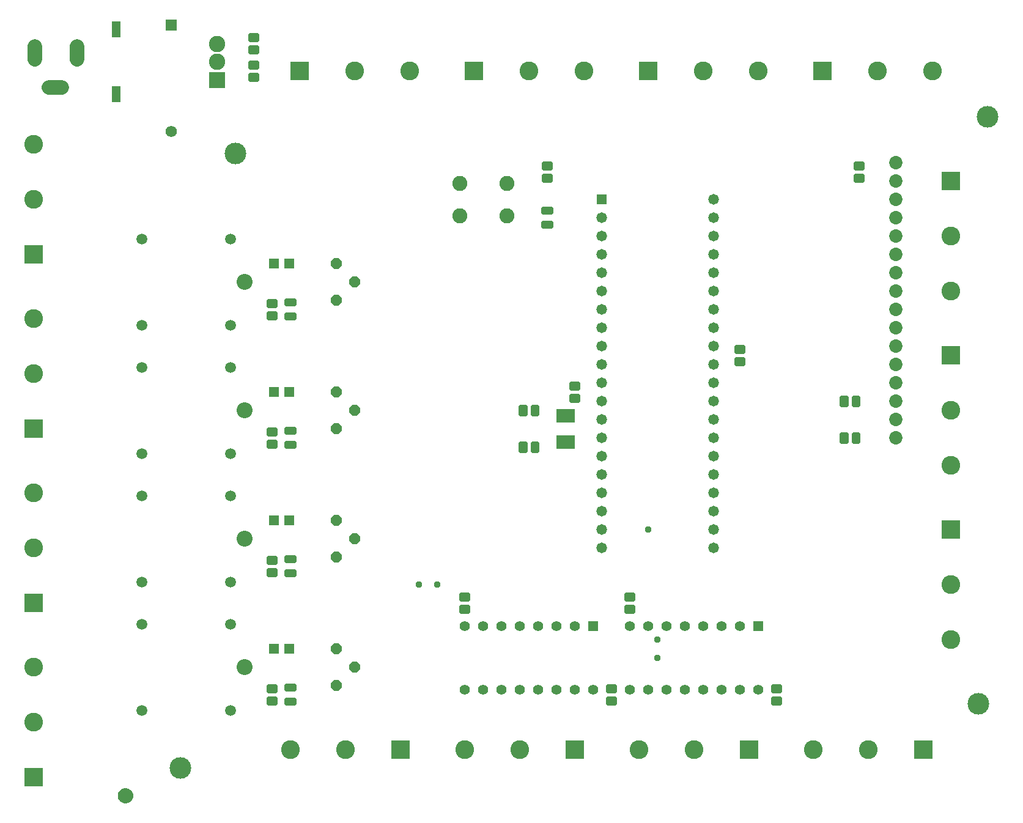
<source format=gbr>
G04 EAGLE Gerber RS-274X export*
G75*
%MOMM*%
%FSLAX34Y34*%
%LPD*%
%INSoldermask Top*%
%IPPOS*%
%AMOC8*
5,1,8,0,0,1.08239X$1,22.5*%
G01*
%ADD10C,0.701791*%
%ADD11R,1.561200X1.561200*%
%ADD12C,1.561200*%
%ADD13R,1.471200X1.471200*%
%ADD14C,1.471200*%
%ADD15R,2.258200X2.258200*%
%ADD16C,2.258200*%
%ADD17R,1.411200X1.411200*%
%ADD18C,1.411200*%
%ADD19C,2.003200*%
%ADD20C,2.213200*%
%ADD21C,1.511200*%
%ADD22R,1.403200X1.403200*%
%ADD23P,1.649562X8X22.500000*%
%ADD24C,0.643919*%
%ADD25R,1.295400X2.209800*%
%ADD26C,2.082800*%
%ADD27R,2.603200X2.603200*%
%ADD28C,2.603200*%
%ADD29R,2.603200X1.903200*%
%ADD30C,1.853200*%
%ADD31C,3.003200*%
%ADD32C,0.959600*%

G36*
X217692Y-99380D02*
X217692Y-99380D01*
X217735Y-99368D01*
X217801Y-99361D01*
X219484Y-98910D01*
X219525Y-98891D01*
X219588Y-98872D01*
X221168Y-98135D01*
X221205Y-98109D01*
X221264Y-98080D01*
X222692Y-97080D01*
X222723Y-97048D01*
X222776Y-97009D01*
X224009Y-95776D01*
X224034Y-95740D01*
X224080Y-95692D01*
X225080Y-94264D01*
X225098Y-94223D01*
X225135Y-94168D01*
X225872Y-92588D01*
X225883Y-92545D01*
X225910Y-92484D01*
X226361Y-90801D01*
X226363Y-90769D01*
X226370Y-90748D01*
X226370Y-90733D01*
X226380Y-90692D01*
X226532Y-88955D01*
X226528Y-88911D01*
X226532Y-88845D01*
X226380Y-87108D01*
X226368Y-87065D01*
X226361Y-86999D01*
X225910Y-85316D01*
X225891Y-85275D01*
X225872Y-85212D01*
X225135Y-83632D01*
X225109Y-83595D01*
X225080Y-83536D01*
X224080Y-82108D01*
X224048Y-82077D01*
X224009Y-82024D01*
X222776Y-80791D01*
X222740Y-80766D01*
X222692Y-80720D01*
X221264Y-79720D01*
X221223Y-79702D01*
X221168Y-79665D01*
X219588Y-78928D01*
X219545Y-78917D01*
X219484Y-78890D01*
X217801Y-78439D01*
X217756Y-78436D01*
X217692Y-78420D01*
X215955Y-78268D01*
X215911Y-78272D01*
X215845Y-78268D01*
X214108Y-78420D01*
X214065Y-78432D01*
X213999Y-78439D01*
X212316Y-78890D01*
X212275Y-78909D01*
X212212Y-78928D01*
X210632Y-79665D01*
X210595Y-79691D01*
X210536Y-79720D01*
X209108Y-80720D01*
X209077Y-80752D01*
X209024Y-80791D01*
X207791Y-82024D01*
X207766Y-82060D01*
X207720Y-82108D01*
X206720Y-83536D01*
X206702Y-83577D01*
X206665Y-83632D01*
X205928Y-85212D01*
X205917Y-85255D01*
X205890Y-85316D01*
X205439Y-86999D01*
X205436Y-87044D01*
X205420Y-87108D01*
X205268Y-88845D01*
X205272Y-88889D01*
X205268Y-88955D01*
X205420Y-90692D01*
X205432Y-90735D01*
X205436Y-90769D01*
X205436Y-90785D01*
X205438Y-90790D01*
X205439Y-90801D01*
X205890Y-92484D01*
X205909Y-92525D01*
X205928Y-92588D01*
X206665Y-94168D01*
X206691Y-94205D01*
X206720Y-94264D01*
X207720Y-95692D01*
X207752Y-95723D01*
X207791Y-95776D01*
X209024Y-97009D01*
X209060Y-97034D01*
X209108Y-97080D01*
X210536Y-98080D01*
X210577Y-98098D01*
X210632Y-98135D01*
X212212Y-98872D01*
X212255Y-98883D01*
X212316Y-98910D01*
X213999Y-99361D01*
X214044Y-99364D01*
X214108Y-99380D01*
X215845Y-99532D01*
X215889Y-99528D01*
X215955Y-99532D01*
X217692Y-99380D01*
G37*
G36*
X398491Y900732D02*
X398491Y900732D01*
X398498Y900737D01*
X398502Y900733D01*
X398884Y900824D01*
X398888Y900829D01*
X398892Y900827D01*
X399254Y900977D01*
X399257Y900982D01*
X399261Y900980D01*
X399595Y901185D01*
X399597Y901190D01*
X399601Y901190D01*
X399900Y901445D01*
X399901Y901450D01*
X399905Y901450D01*
X400160Y901749D01*
X400161Y901755D01*
X400165Y901755D01*
X400370Y902089D01*
X400369Y902095D01*
X400374Y902096D01*
X400524Y902458D01*
X400523Y902460D01*
X400524Y902460D01*
X400522Y902463D01*
X400522Y902464D01*
X400526Y902466D01*
X400617Y902848D01*
X400615Y902853D01*
X400617Y902854D01*
X400618Y902855D01*
X400649Y903246D01*
X400647Y903249D01*
X400649Y903250D01*
X400649Y908750D01*
X400647Y908752D01*
X400649Y908754D01*
X400618Y909145D01*
X400614Y909149D01*
X400617Y909152D01*
X400526Y909534D01*
X400521Y909538D01*
X400524Y909542D01*
X400374Y909904D01*
X400368Y909907D01*
X400370Y909911D01*
X400165Y910245D01*
X400160Y910247D01*
X400160Y910251D01*
X399905Y910550D01*
X399900Y910551D01*
X399900Y910555D01*
X399601Y910810D01*
X399595Y910811D01*
X399595Y910815D01*
X399261Y911020D01*
X399255Y911019D01*
X399254Y911024D01*
X398892Y911174D01*
X398886Y911172D01*
X398884Y911176D01*
X398502Y911267D01*
X398497Y911265D01*
X398495Y911268D01*
X398104Y911299D01*
X398101Y911297D01*
X398100Y911299D01*
X388909Y911268D01*
X388902Y911263D01*
X388898Y911267D01*
X388516Y911176D01*
X388512Y911171D01*
X388508Y911174D01*
X388146Y911024D01*
X388143Y911018D01*
X388139Y911020D01*
X387805Y910815D01*
X387803Y910810D01*
X387799Y910810D01*
X387500Y910555D01*
X387499Y910550D01*
X387495Y910550D01*
X387240Y910251D01*
X387239Y910245D01*
X387235Y910245D01*
X387030Y909911D01*
X387031Y909905D01*
X387027Y909904D01*
X386877Y909542D01*
X386878Y909536D01*
X386874Y909534D01*
X386783Y909152D01*
X386785Y909147D01*
X386782Y909145D01*
X386751Y908754D01*
X386753Y908751D01*
X386751Y908750D01*
X386751Y903250D01*
X386753Y903248D01*
X386751Y903246D01*
X386782Y902855D01*
X386786Y902851D01*
X386783Y902848D01*
X386874Y902466D01*
X386879Y902462D01*
X386877Y902458D01*
X387027Y902096D01*
X387032Y902093D01*
X387030Y902089D01*
X387235Y901755D01*
X387240Y901753D01*
X387240Y901749D01*
X387495Y901450D01*
X387500Y901449D01*
X387500Y901445D01*
X387799Y901190D01*
X387805Y901189D01*
X387805Y901185D01*
X388139Y900980D01*
X388145Y900981D01*
X388146Y900977D01*
X388508Y900827D01*
X388514Y900828D01*
X388516Y900824D01*
X388898Y900733D01*
X388903Y900735D01*
X388905Y900732D01*
X389296Y900701D01*
X389299Y900703D01*
X389300Y900701D01*
X398491Y900732D01*
G37*
G36*
X398491Y955632D02*
X398491Y955632D01*
X398498Y955637D01*
X398502Y955633D01*
X398884Y955724D01*
X398888Y955729D01*
X398892Y955727D01*
X399254Y955877D01*
X399257Y955882D01*
X399261Y955880D01*
X399595Y956085D01*
X399597Y956090D01*
X399601Y956090D01*
X399900Y956345D01*
X399901Y956350D01*
X399905Y956350D01*
X400160Y956649D01*
X400161Y956655D01*
X400165Y956655D01*
X400370Y956989D01*
X400369Y956995D01*
X400374Y956996D01*
X400524Y957358D01*
X400523Y957360D01*
X400524Y957360D01*
X400522Y957363D01*
X400522Y957364D01*
X400526Y957366D01*
X400617Y957748D01*
X400615Y957753D01*
X400617Y957754D01*
X400618Y957755D01*
X400649Y958146D01*
X400647Y958149D01*
X400649Y958150D01*
X400649Y963650D01*
X400647Y963652D01*
X400649Y963654D01*
X400618Y964045D01*
X400614Y964049D01*
X400617Y964052D01*
X400526Y964434D01*
X400521Y964438D01*
X400524Y964442D01*
X400374Y964804D01*
X400368Y964807D01*
X400370Y964811D01*
X400165Y965145D01*
X400160Y965147D01*
X400160Y965151D01*
X399905Y965450D01*
X399900Y965451D01*
X399900Y965455D01*
X399601Y965710D01*
X399595Y965711D01*
X399595Y965715D01*
X399261Y965920D01*
X399255Y965919D01*
X399254Y965924D01*
X398892Y966074D01*
X398886Y966072D01*
X398884Y966076D01*
X398502Y966167D01*
X398497Y966165D01*
X398495Y966168D01*
X398104Y966199D01*
X398101Y966197D01*
X398100Y966199D01*
X388909Y966168D01*
X388902Y966163D01*
X388898Y966167D01*
X388516Y966076D01*
X388512Y966071D01*
X388508Y966074D01*
X388146Y965924D01*
X388143Y965918D01*
X388139Y965920D01*
X387805Y965715D01*
X387803Y965710D01*
X387799Y965710D01*
X387500Y965455D01*
X387499Y965450D01*
X387495Y965450D01*
X387240Y965151D01*
X387239Y965145D01*
X387235Y965145D01*
X387030Y964811D01*
X387031Y964805D01*
X387027Y964804D01*
X386877Y964442D01*
X386878Y964436D01*
X386874Y964434D01*
X386783Y964052D01*
X386785Y964047D01*
X386782Y964045D01*
X386751Y963654D01*
X386753Y963651D01*
X386751Y963650D01*
X386751Y958150D01*
X386753Y958148D01*
X386751Y958146D01*
X386782Y957755D01*
X386786Y957751D01*
X386783Y957748D01*
X386874Y957366D01*
X386879Y957362D01*
X386877Y957358D01*
X387027Y956996D01*
X387032Y956993D01*
X387030Y956989D01*
X387235Y956655D01*
X387240Y956653D01*
X387240Y956649D01*
X387495Y956350D01*
X387500Y956349D01*
X387500Y956345D01*
X387799Y956090D01*
X387805Y956089D01*
X387805Y956085D01*
X388139Y955880D01*
X388145Y955881D01*
X388146Y955877D01*
X388508Y955727D01*
X388514Y955728D01*
X388516Y955724D01*
X388898Y955633D01*
X388903Y955635D01*
X388905Y955632D01*
X389296Y955601D01*
X389299Y955603D01*
X389300Y955601D01*
X398491Y955632D01*
G37*
G36*
X398491Y938832D02*
X398491Y938832D01*
X398498Y938837D01*
X398502Y938833D01*
X398884Y938924D01*
X398888Y938929D01*
X398892Y938927D01*
X399254Y939077D01*
X399257Y939082D01*
X399261Y939080D01*
X399595Y939285D01*
X399597Y939290D01*
X399601Y939290D01*
X399900Y939545D01*
X399901Y939550D01*
X399905Y939550D01*
X400160Y939849D01*
X400161Y939855D01*
X400165Y939855D01*
X400370Y940189D01*
X400369Y940195D01*
X400374Y940196D01*
X400524Y940558D01*
X400523Y940560D01*
X400524Y940560D01*
X400522Y940563D01*
X400522Y940564D01*
X400526Y940566D01*
X400617Y940948D01*
X400615Y940953D01*
X400617Y940954D01*
X400618Y940955D01*
X400649Y941346D01*
X400647Y941349D01*
X400649Y941350D01*
X400649Y946850D01*
X400647Y946852D01*
X400649Y946854D01*
X400618Y947245D01*
X400614Y947249D01*
X400617Y947252D01*
X400526Y947634D01*
X400521Y947638D01*
X400524Y947642D01*
X400374Y948004D01*
X400368Y948007D01*
X400370Y948011D01*
X400165Y948345D01*
X400160Y948347D01*
X400160Y948351D01*
X399905Y948650D01*
X399900Y948651D01*
X399900Y948655D01*
X399601Y948910D01*
X399595Y948911D01*
X399595Y948915D01*
X399261Y949120D01*
X399255Y949119D01*
X399254Y949124D01*
X398892Y949274D01*
X398886Y949272D01*
X398884Y949276D01*
X398502Y949367D01*
X398497Y949365D01*
X398495Y949368D01*
X398104Y949399D01*
X398101Y949397D01*
X398100Y949399D01*
X388909Y949368D01*
X388902Y949363D01*
X388898Y949367D01*
X388516Y949276D01*
X388512Y949271D01*
X388508Y949274D01*
X388146Y949124D01*
X388143Y949118D01*
X388139Y949120D01*
X387805Y948915D01*
X387803Y948910D01*
X387799Y948910D01*
X387500Y948655D01*
X387499Y948650D01*
X387495Y948650D01*
X387240Y948351D01*
X387239Y948345D01*
X387235Y948345D01*
X387030Y948011D01*
X387031Y948005D01*
X387027Y948004D01*
X386877Y947642D01*
X386878Y947636D01*
X386874Y947634D01*
X386783Y947252D01*
X386785Y947247D01*
X386782Y947245D01*
X386751Y946854D01*
X386753Y946851D01*
X386751Y946850D01*
X386751Y941350D01*
X386753Y941348D01*
X386751Y941346D01*
X386782Y940955D01*
X386786Y940951D01*
X386783Y940948D01*
X386874Y940566D01*
X386879Y940562D01*
X386877Y940558D01*
X387027Y940196D01*
X387032Y940193D01*
X387030Y940189D01*
X387235Y939855D01*
X387240Y939853D01*
X387240Y939849D01*
X387495Y939550D01*
X387500Y939549D01*
X387500Y939545D01*
X387799Y939290D01*
X387805Y939289D01*
X387805Y939285D01*
X388139Y939080D01*
X388145Y939081D01*
X388146Y939077D01*
X388508Y938927D01*
X388514Y938928D01*
X388516Y938924D01*
X388898Y938833D01*
X388903Y938835D01*
X388905Y938832D01*
X389296Y938801D01*
X389299Y938803D01*
X389300Y938801D01*
X398491Y938832D01*
G37*
G36*
X398491Y917532D02*
X398491Y917532D01*
X398498Y917537D01*
X398502Y917533D01*
X398884Y917624D01*
X398888Y917629D01*
X398892Y917627D01*
X399254Y917777D01*
X399257Y917782D01*
X399261Y917780D01*
X399595Y917985D01*
X399597Y917990D01*
X399601Y917990D01*
X399900Y918245D01*
X399901Y918250D01*
X399905Y918250D01*
X400160Y918549D01*
X400161Y918555D01*
X400165Y918555D01*
X400370Y918889D01*
X400369Y918895D01*
X400374Y918896D01*
X400524Y919258D01*
X400523Y919260D01*
X400524Y919260D01*
X400522Y919263D01*
X400522Y919264D01*
X400526Y919266D01*
X400617Y919648D01*
X400615Y919653D01*
X400617Y919654D01*
X400618Y919655D01*
X400649Y920046D01*
X400647Y920049D01*
X400649Y920050D01*
X400649Y925550D01*
X400647Y925552D01*
X400649Y925554D01*
X400618Y925945D01*
X400614Y925949D01*
X400617Y925952D01*
X400526Y926334D01*
X400521Y926338D01*
X400524Y926342D01*
X400374Y926704D01*
X400368Y926707D01*
X400370Y926711D01*
X400165Y927045D01*
X400160Y927047D01*
X400160Y927051D01*
X399905Y927350D01*
X399900Y927351D01*
X399900Y927355D01*
X399601Y927610D01*
X399595Y927611D01*
X399595Y927615D01*
X399261Y927820D01*
X399255Y927819D01*
X399254Y927824D01*
X398892Y927974D01*
X398886Y927972D01*
X398884Y927976D01*
X398502Y928067D01*
X398497Y928065D01*
X398495Y928068D01*
X398104Y928099D01*
X398101Y928097D01*
X398100Y928099D01*
X388909Y928068D01*
X388902Y928063D01*
X388898Y928067D01*
X388516Y927976D01*
X388512Y927971D01*
X388508Y927974D01*
X388146Y927824D01*
X388143Y927818D01*
X388139Y927820D01*
X387805Y927615D01*
X387803Y927610D01*
X387799Y927610D01*
X387500Y927355D01*
X387499Y927350D01*
X387495Y927350D01*
X387240Y927051D01*
X387239Y927045D01*
X387235Y927045D01*
X387030Y926711D01*
X387031Y926705D01*
X387027Y926704D01*
X386877Y926342D01*
X386878Y926336D01*
X386874Y926334D01*
X386783Y925952D01*
X386785Y925947D01*
X386782Y925945D01*
X386751Y925554D01*
X386753Y925551D01*
X386751Y925550D01*
X386751Y920050D01*
X386753Y920048D01*
X386751Y920046D01*
X386782Y919655D01*
X386786Y919651D01*
X386783Y919648D01*
X386874Y919266D01*
X386879Y919262D01*
X386877Y919258D01*
X387027Y918896D01*
X387032Y918893D01*
X387030Y918889D01*
X387235Y918555D01*
X387240Y918553D01*
X387240Y918549D01*
X387495Y918250D01*
X387500Y918249D01*
X387500Y918245D01*
X387799Y917990D01*
X387805Y917989D01*
X387805Y917985D01*
X388139Y917780D01*
X388145Y917781D01*
X388146Y917777D01*
X388508Y917627D01*
X388514Y917628D01*
X388516Y917624D01*
X388898Y917533D01*
X388903Y917535D01*
X388905Y917532D01*
X389296Y917501D01*
X389299Y917503D01*
X389300Y917501D01*
X398491Y917532D01*
G37*
G36*
X1236691Y777832D02*
X1236691Y777832D01*
X1236698Y777837D01*
X1236702Y777833D01*
X1237084Y777924D01*
X1237088Y777929D01*
X1237092Y777927D01*
X1237454Y778077D01*
X1237457Y778082D01*
X1237461Y778080D01*
X1237795Y778285D01*
X1237797Y778290D01*
X1237801Y778290D01*
X1238100Y778545D01*
X1238101Y778550D01*
X1238105Y778550D01*
X1238360Y778849D01*
X1238361Y778855D01*
X1238365Y778855D01*
X1238570Y779189D01*
X1238569Y779195D01*
X1238574Y779196D01*
X1238724Y779558D01*
X1238723Y779560D01*
X1238724Y779560D01*
X1238722Y779563D01*
X1238722Y779564D01*
X1238726Y779566D01*
X1238817Y779948D01*
X1238815Y779953D01*
X1238817Y779954D01*
X1238818Y779955D01*
X1238849Y780346D01*
X1238847Y780349D01*
X1238849Y780350D01*
X1238849Y785850D01*
X1238847Y785852D01*
X1238849Y785854D01*
X1238818Y786245D01*
X1238814Y786249D01*
X1238817Y786252D01*
X1238726Y786634D01*
X1238721Y786638D01*
X1238724Y786642D01*
X1238574Y787004D01*
X1238568Y787007D01*
X1238570Y787011D01*
X1238365Y787345D01*
X1238360Y787347D01*
X1238360Y787351D01*
X1238105Y787650D01*
X1238100Y787651D01*
X1238100Y787655D01*
X1237801Y787910D01*
X1237795Y787911D01*
X1237795Y787915D01*
X1237461Y788120D01*
X1237455Y788119D01*
X1237454Y788124D01*
X1237092Y788274D01*
X1237086Y788272D01*
X1237084Y788276D01*
X1236702Y788367D01*
X1236697Y788365D01*
X1236695Y788368D01*
X1236304Y788399D01*
X1236301Y788397D01*
X1236300Y788399D01*
X1227109Y788368D01*
X1227102Y788363D01*
X1227098Y788367D01*
X1226716Y788276D01*
X1226712Y788271D01*
X1226708Y788274D01*
X1226346Y788124D01*
X1226343Y788118D01*
X1226339Y788120D01*
X1226005Y787915D01*
X1226003Y787910D01*
X1225999Y787910D01*
X1225700Y787655D01*
X1225699Y787650D01*
X1225695Y787650D01*
X1225440Y787351D01*
X1225439Y787345D01*
X1225435Y787345D01*
X1225230Y787011D01*
X1225231Y787005D01*
X1225227Y787004D01*
X1225077Y786642D01*
X1225078Y786636D01*
X1225074Y786634D01*
X1224983Y786252D01*
X1224985Y786247D01*
X1224982Y786245D01*
X1224951Y785854D01*
X1224953Y785851D01*
X1224951Y785850D01*
X1224951Y780350D01*
X1224953Y780348D01*
X1224951Y780346D01*
X1224982Y779955D01*
X1224986Y779951D01*
X1224983Y779948D01*
X1225074Y779566D01*
X1225079Y779562D01*
X1225077Y779558D01*
X1225227Y779196D01*
X1225232Y779193D01*
X1225230Y779189D01*
X1225435Y778855D01*
X1225440Y778853D01*
X1225440Y778849D01*
X1225695Y778550D01*
X1225700Y778549D01*
X1225700Y778545D01*
X1225999Y778290D01*
X1226005Y778289D01*
X1226005Y778285D01*
X1226339Y778080D01*
X1226345Y778081D01*
X1226346Y778077D01*
X1226708Y777927D01*
X1226714Y777928D01*
X1226716Y777924D01*
X1227098Y777833D01*
X1227103Y777835D01*
X1227105Y777832D01*
X1227496Y777801D01*
X1227499Y777803D01*
X1227500Y777801D01*
X1236691Y777832D01*
G37*
G36*
X804891Y777832D02*
X804891Y777832D01*
X804898Y777837D01*
X804902Y777833D01*
X805284Y777924D01*
X805288Y777929D01*
X805292Y777927D01*
X805654Y778077D01*
X805657Y778082D01*
X805661Y778080D01*
X805995Y778285D01*
X805997Y778290D01*
X806001Y778290D01*
X806300Y778545D01*
X806301Y778550D01*
X806305Y778550D01*
X806560Y778849D01*
X806561Y778855D01*
X806565Y778855D01*
X806770Y779189D01*
X806769Y779195D01*
X806774Y779196D01*
X806924Y779558D01*
X806923Y779560D01*
X806924Y779560D01*
X806922Y779563D01*
X806922Y779564D01*
X806926Y779566D01*
X807017Y779948D01*
X807015Y779953D01*
X807017Y779954D01*
X807018Y779955D01*
X807049Y780346D01*
X807047Y780349D01*
X807049Y780350D01*
X807049Y785850D01*
X807047Y785852D01*
X807049Y785854D01*
X807018Y786245D01*
X807014Y786249D01*
X807017Y786252D01*
X806926Y786634D01*
X806921Y786638D01*
X806924Y786642D01*
X806774Y787004D01*
X806768Y787007D01*
X806770Y787011D01*
X806565Y787345D01*
X806560Y787347D01*
X806560Y787351D01*
X806305Y787650D01*
X806300Y787651D01*
X806300Y787655D01*
X806001Y787910D01*
X805995Y787911D01*
X805995Y787915D01*
X805661Y788120D01*
X805655Y788119D01*
X805654Y788124D01*
X805292Y788274D01*
X805286Y788272D01*
X805284Y788276D01*
X804902Y788367D01*
X804897Y788365D01*
X804895Y788368D01*
X804504Y788399D01*
X804501Y788397D01*
X804500Y788399D01*
X795309Y788368D01*
X795302Y788363D01*
X795298Y788367D01*
X794916Y788276D01*
X794912Y788271D01*
X794908Y788274D01*
X794546Y788124D01*
X794543Y788118D01*
X794539Y788120D01*
X794205Y787915D01*
X794203Y787910D01*
X794199Y787910D01*
X793900Y787655D01*
X793899Y787650D01*
X793895Y787650D01*
X793640Y787351D01*
X793639Y787345D01*
X793635Y787345D01*
X793430Y787011D01*
X793431Y787005D01*
X793427Y787004D01*
X793277Y786642D01*
X793278Y786636D01*
X793274Y786634D01*
X793183Y786252D01*
X793185Y786247D01*
X793182Y786245D01*
X793151Y785854D01*
X793153Y785851D01*
X793151Y785850D01*
X793151Y780350D01*
X793153Y780348D01*
X793151Y780346D01*
X793182Y779955D01*
X793186Y779951D01*
X793183Y779948D01*
X793274Y779566D01*
X793279Y779562D01*
X793277Y779558D01*
X793427Y779196D01*
X793432Y779193D01*
X793430Y779189D01*
X793635Y778855D01*
X793640Y778853D01*
X793640Y778849D01*
X793895Y778550D01*
X793900Y778549D01*
X793900Y778545D01*
X794199Y778290D01*
X794205Y778289D01*
X794205Y778285D01*
X794539Y778080D01*
X794545Y778081D01*
X794546Y778077D01*
X794908Y777927D01*
X794914Y777928D01*
X794916Y777924D01*
X795298Y777833D01*
X795303Y777835D01*
X795305Y777832D01*
X795696Y777801D01*
X795699Y777803D01*
X795700Y777801D01*
X804891Y777832D01*
G37*
G36*
X804891Y761032D02*
X804891Y761032D01*
X804898Y761037D01*
X804902Y761033D01*
X805284Y761124D01*
X805288Y761129D01*
X805292Y761127D01*
X805654Y761277D01*
X805657Y761282D01*
X805661Y761280D01*
X805995Y761485D01*
X805997Y761490D01*
X806001Y761490D01*
X806300Y761745D01*
X806301Y761750D01*
X806305Y761750D01*
X806560Y762049D01*
X806561Y762055D01*
X806565Y762055D01*
X806770Y762389D01*
X806769Y762395D01*
X806774Y762396D01*
X806924Y762758D01*
X806923Y762760D01*
X806924Y762760D01*
X806922Y762763D01*
X806922Y762764D01*
X806926Y762766D01*
X807017Y763148D01*
X807015Y763153D01*
X807017Y763154D01*
X807018Y763155D01*
X807049Y763546D01*
X807047Y763549D01*
X807049Y763550D01*
X807049Y769050D01*
X807047Y769052D01*
X807049Y769054D01*
X807018Y769445D01*
X807014Y769449D01*
X807017Y769452D01*
X806926Y769834D01*
X806921Y769838D01*
X806924Y769842D01*
X806774Y770204D01*
X806768Y770207D01*
X806770Y770211D01*
X806565Y770545D01*
X806560Y770547D01*
X806560Y770551D01*
X806305Y770850D01*
X806300Y770851D01*
X806300Y770855D01*
X806001Y771110D01*
X805995Y771111D01*
X805995Y771115D01*
X805661Y771320D01*
X805655Y771319D01*
X805654Y771324D01*
X805292Y771474D01*
X805286Y771472D01*
X805284Y771476D01*
X804902Y771567D01*
X804897Y771565D01*
X804895Y771568D01*
X804504Y771599D01*
X804501Y771597D01*
X804500Y771599D01*
X795309Y771568D01*
X795302Y771563D01*
X795298Y771567D01*
X794916Y771476D01*
X794912Y771471D01*
X794908Y771474D01*
X794546Y771324D01*
X794543Y771318D01*
X794539Y771320D01*
X794205Y771115D01*
X794203Y771110D01*
X794199Y771110D01*
X793900Y770855D01*
X793899Y770850D01*
X793895Y770850D01*
X793640Y770551D01*
X793639Y770545D01*
X793635Y770545D01*
X793430Y770211D01*
X793431Y770205D01*
X793427Y770204D01*
X793277Y769842D01*
X793278Y769836D01*
X793274Y769834D01*
X793183Y769452D01*
X793185Y769447D01*
X793182Y769445D01*
X793151Y769054D01*
X793153Y769051D01*
X793151Y769050D01*
X793151Y763550D01*
X793153Y763548D01*
X793151Y763546D01*
X793182Y763155D01*
X793186Y763151D01*
X793183Y763148D01*
X793274Y762766D01*
X793279Y762762D01*
X793277Y762758D01*
X793427Y762396D01*
X793432Y762393D01*
X793430Y762389D01*
X793635Y762055D01*
X793640Y762053D01*
X793640Y762049D01*
X793895Y761750D01*
X793900Y761749D01*
X793900Y761745D01*
X794199Y761490D01*
X794205Y761489D01*
X794205Y761485D01*
X794539Y761280D01*
X794545Y761281D01*
X794546Y761277D01*
X794908Y761127D01*
X794914Y761128D01*
X794916Y761124D01*
X795298Y761033D01*
X795303Y761035D01*
X795305Y761032D01*
X795696Y761001D01*
X795699Y761003D01*
X795700Y761001D01*
X804891Y761032D01*
G37*
G36*
X1236691Y761032D02*
X1236691Y761032D01*
X1236698Y761037D01*
X1236702Y761033D01*
X1237084Y761124D01*
X1237088Y761129D01*
X1237092Y761127D01*
X1237454Y761277D01*
X1237457Y761282D01*
X1237461Y761280D01*
X1237795Y761485D01*
X1237797Y761490D01*
X1237801Y761490D01*
X1238100Y761745D01*
X1238101Y761750D01*
X1238105Y761750D01*
X1238360Y762049D01*
X1238361Y762055D01*
X1238365Y762055D01*
X1238570Y762389D01*
X1238569Y762395D01*
X1238574Y762396D01*
X1238724Y762758D01*
X1238723Y762760D01*
X1238724Y762760D01*
X1238722Y762763D01*
X1238722Y762764D01*
X1238726Y762766D01*
X1238817Y763148D01*
X1238815Y763153D01*
X1238817Y763154D01*
X1238818Y763155D01*
X1238849Y763546D01*
X1238847Y763549D01*
X1238849Y763550D01*
X1238849Y769050D01*
X1238847Y769052D01*
X1238849Y769054D01*
X1238818Y769445D01*
X1238814Y769449D01*
X1238817Y769452D01*
X1238726Y769834D01*
X1238721Y769838D01*
X1238724Y769842D01*
X1238574Y770204D01*
X1238568Y770207D01*
X1238570Y770211D01*
X1238365Y770545D01*
X1238360Y770547D01*
X1238360Y770551D01*
X1238105Y770850D01*
X1238100Y770851D01*
X1238100Y770855D01*
X1237801Y771110D01*
X1237795Y771111D01*
X1237795Y771115D01*
X1237461Y771320D01*
X1237455Y771319D01*
X1237454Y771324D01*
X1237092Y771474D01*
X1237086Y771472D01*
X1237084Y771476D01*
X1236702Y771567D01*
X1236697Y771565D01*
X1236695Y771568D01*
X1236304Y771599D01*
X1236301Y771597D01*
X1236300Y771599D01*
X1227109Y771568D01*
X1227102Y771563D01*
X1227098Y771567D01*
X1226716Y771476D01*
X1226712Y771471D01*
X1226708Y771474D01*
X1226346Y771324D01*
X1226343Y771318D01*
X1226339Y771320D01*
X1226005Y771115D01*
X1226003Y771110D01*
X1225999Y771110D01*
X1225700Y770855D01*
X1225699Y770850D01*
X1225695Y770850D01*
X1225440Y770551D01*
X1225439Y770545D01*
X1225435Y770545D01*
X1225230Y770211D01*
X1225231Y770205D01*
X1225227Y770204D01*
X1225077Y769842D01*
X1225078Y769836D01*
X1225074Y769834D01*
X1224983Y769452D01*
X1224985Y769447D01*
X1224982Y769445D01*
X1224951Y769054D01*
X1224953Y769051D01*
X1224951Y769050D01*
X1224951Y763550D01*
X1224953Y763548D01*
X1224951Y763546D01*
X1224982Y763155D01*
X1224986Y763151D01*
X1224983Y763148D01*
X1225074Y762766D01*
X1225079Y762762D01*
X1225077Y762758D01*
X1225227Y762396D01*
X1225232Y762393D01*
X1225230Y762389D01*
X1225435Y762055D01*
X1225440Y762053D01*
X1225440Y762049D01*
X1225695Y761750D01*
X1225700Y761749D01*
X1225700Y761745D01*
X1225999Y761490D01*
X1226005Y761489D01*
X1226005Y761485D01*
X1226339Y761280D01*
X1226345Y761281D01*
X1226346Y761277D01*
X1226708Y761127D01*
X1226714Y761128D01*
X1226716Y761124D01*
X1227098Y761033D01*
X1227103Y761035D01*
X1227105Y761032D01*
X1227496Y761001D01*
X1227499Y761003D01*
X1227500Y761001D01*
X1236691Y761032D01*
G37*
G36*
X893791Y37132D02*
X893791Y37132D01*
X893798Y37137D01*
X893802Y37133D01*
X894184Y37224D01*
X894188Y37229D01*
X894192Y37227D01*
X894554Y37377D01*
X894557Y37382D01*
X894561Y37380D01*
X894895Y37585D01*
X894897Y37590D01*
X894901Y37590D01*
X895200Y37845D01*
X895201Y37850D01*
X895205Y37850D01*
X895460Y38149D01*
X895461Y38155D01*
X895465Y38155D01*
X895670Y38489D01*
X895669Y38495D01*
X895674Y38496D01*
X895824Y38858D01*
X895823Y38860D01*
X895824Y38860D01*
X895822Y38863D01*
X895822Y38864D01*
X895826Y38866D01*
X895917Y39248D01*
X895915Y39253D01*
X895917Y39254D01*
X895918Y39255D01*
X895949Y39646D01*
X895947Y39649D01*
X895949Y39650D01*
X895949Y45150D01*
X895947Y45152D01*
X895949Y45154D01*
X895918Y45545D01*
X895914Y45549D01*
X895917Y45552D01*
X895826Y45934D01*
X895821Y45938D01*
X895824Y45942D01*
X895674Y46304D01*
X895668Y46307D01*
X895670Y46311D01*
X895465Y46645D01*
X895460Y46647D01*
X895460Y46651D01*
X895205Y46950D01*
X895200Y46951D01*
X895200Y46955D01*
X894901Y47210D01*
X894895Y47211D01*
X894895Y47215D01*
X894561Y47420D01*
X894555Y47419D01*
X894554Y47424D01*
X894192Y47574D01*
X894186Y47572D01*
X894184Y47576D01*
X893802Y47667D01*
X893797Y47665D01*
X893795Y47668D01*
X893404Y47699D01*
X893401Y47697D01*
X893400Y47699D01*
X884209Y47668D01*
X884202Y47663D01*
X884198Y47667D01*
X883816Y47576D01*
X883812Y47571D01*
X883808Y47574D01*
X883446Y47424D01*
X883443Y47418D01*
X883439Y47420D01*
X883105Y47215D01*
X883103Y47210D01*
X883099Y47210D01*
X882800Y46955D01*
X882799Y46950D01*
X882795Y46950D01*
X882540Y46651D01*
X882539Y46645D01*
X882535Y46645D01*
X882330Y46311D01*
X882331Y46305D01*
X882327Y46304D01*
X882177Y45942D01*
X882178Y45936D01*
X882174Y45934D01*
X882083Y45552D01*
X882085Y45547D01*
X882082Y45545D01*
X882051Y45154D01*
X882053Y45151D01*
X882051Y45150D01*
X882051Y39650D01*
X882053Y39648D01*
X882051Y39646D01*
X882082Y39255D01*
X882086Y39251D01*
X882083Y39248D01*
X882174Y38866D01*
X882179Y38862D01*
X882177Y38858D01*
X882327Y38496D01*
X882332Y38493D01*
X882330Y38489D01*
X882535Y38155D01*
X882540Y38153D01*
X882540Y38149D01*
X882795Y37850D01*
X882800Y37849D01*
X882800Y37845D01*
X883099Y37590D01*
X883105Y37589D01*
X883105Y37585D01*
X883439Y37380D01*
X883445Y37381D01*
X883446Y37377D01*
X883808Y37227D01*
X883814Y37228D01*
X883816Y37224D01*
X884198Y37133D01*
X884203Y37135D01*
X884205Y37132D01*
X884596Y37101D01*
X884599Y37103D01*
X884600Y37101D01*
X893791Y37132D01*
G37*
G36*
X423891Y37132D02*
X423891Y37132D01*
X423898Y37137D01*
X423902Y37133D01*
X424284Y37224D01*
X424288Y37229D01*
X424292Y37227D01*
X424654Y37377D01*
X424657Y37382D01*
X424661Y37380D01*
X424995Y37585D01*
X424997Y37590D01*
X425001Y37590D01*
X425300Y37845D01*
X425301Y37850D01*
X425305Y37850D01*
X425560Y38149D01*
X425561Y38155D01*
X425565Y38155D01*
X425770Y38489D01*
X425769Y38495D01*
X425774Y38496D01*
X425924Y38858D01*
X425923Y38860D01*
X425924Y38860D01*
X425922Y38863D01*
X425922Y38864D01*
X425926Y38866D01*
X426017Y39248D01*
X426015Y39253D01*
X426017Y39254D01*
X426018Y39255D01*
X426049Y39646D01*
X426047Y39649D01*
X426049Y39650D01*
X426049Y45150D01*
X426047Y45152D01*
X426049Y45154D01*
X426018Y45545D01*
X426014Y45549D01*
X426017Y45552D01*
X425926Y45934D01*
X425921Y45938D01*
X425924Y45942D01*
X425774Y46304D01*
X425768Y46307D01*
X425770Y46311D01*
X425565Y46645D01*
X425560Y46647D01*
X425560Y46651D01*
X425305Y46950D01*
X425300Y46951D01*
X425300Y46955D01*
X425001Y47210D01*
X424995Y47211D01*
X424995Y47215D01*
X424661Y47420D01*
X424655Y47419D01*
X424654Y47424D01*
X424292Y47574D01*
X424286Y47572D01*
X424284Y47576D01*
X423902Y47667D01*
X423897Y47665D01*
X423895Y47668D01*
X423504Y47699D01*
X423501Y47697D01*
X423500Y47699D01*
X414309Y47668D01*
X414302Y47663D01*
X414298Y47667D01*
X413916Y47576D01*
X413912Y47571D01*
X413908Y47574D01*
X413546Y47424D01*
X413543Y47418D01*
X413539Y47420D01*
X413205Y47215D01*
X413203Y47210D01*
X413199Y47210D01*
X412900Y46955D01*
X412899Y46950D01*
X412895Y46950D01*
X412640Y46651D01*
X412639Y46645D01*
X412635Y46645D01*
X412430Y46311D01*
X412431Y46305D01*
X412427Y46304D01*
X412277Y45942D01*
X412278Y45936D01*
X412274Y45934D01*
X412183Y45552D01*
X412185Y45547D01*
X412182Y45545D01*
X412151Y45154D01*
X412153Y45151D01*
X412151Y45150D01*
X412151Y39650D01*
X412153Y39648D01*
X412151Y39646D01*
X412182Y39255D01*
X412186Y39251D01*
X412183Y39248D01*
X412274Y38866D01*
X412279Y38862D01*
X412277Y38858D01*
X412427Y38496D01*
X412432Y38493D01*
X412430Y38489D01*
X412635Y38155D01*
X412640Y38153D01*
X412640Y38149D01*
X412895Y37850D01*
X412900Y37849D01*
X412900Y37845D01*
X413199Y37590D01*
X413205Y37589D01*
X413205Y37585D01*
X413539Y37380D01*
X413545Y37381D01*
X413546Y37377D01*
X413908Y37227D01*
X413914Y37228D01*
X413916Y37224D01*
X414298Y37133D01*
X414303Y37135D01*
X414305Y37132D01*
X414696Y37101D01*
X414699Y37103D01*
X414700Y37101D01*
X423891Y37132D01*
G37*
G36*
X1122391Y37132D02*
X1122391Y37132D01*
X1122398Y37137D01*
X1122402Y37133D01*
X1122784Y37224D01*
X1122788Y37229D01*
X1122792Y37227D01*
X1123154Y37377D01*
X1123157Y37382D01*
X1123161Y37380D01*
X1123495Y37585D01*
X1123497Y37590D01*
X1123501Y37590D01*
X1123800Y37845D01*
X1123801Y37850D01*
X1123805Y37850D01*
X1124060Y38149D01*
X1124061Y38155D01*
X1124065Y38155D01*
X1124270Y38489D01*
X1124269Y38495D01*
X1124274Y38496D01*
X1124424Y38858D01*
X1124423Y38860D01*
X1124424Y38860D01*
X1124422Y38863D01*
X1124422Y38864D01*
X1124426Y38866D01*
X1124517Y39248D01*
X1124515Y39253D01*
X1124517Y39254D01*
X1124518Y39255D01*
X1124549Y39646D01*
X1124547Y39649D01*
X1124549Y39650D01*
X1124549Y45150D01*
X1124547Y45152D01*
X1124549Y45154D01*
X1124518Y45545D01*
X1124514Y45549D01*
X1124517Y45552D01*
X1124426Y45934D01*
X1124421Y45938D01*
X1124424Y45942D01*
X1124274Y46304D01*
X1124268Y46307D01*
X1124270Y46311D01*
X1124065Y46645D01*
X1124060Y46647D01*
X1124060Y46651D01*
X1123805Y46950D01*
X1123800Y46951D01*
X1123800Y46955D01*
X1123501Y47210D01*
X1123495Y47211D01*
X1123495Y47215D01*
X1123161Y47420D01*
X1123155Y47419D01*
X1123154Y47424D01*
X1122792Y47574D01*
X1122786Y47572D01*
X1122784Y47576D01*
X1122402Y47667D01*
X1122397Y47665D01*
X1122395Y47668D01*
X1122004Y47699D01*
X1122001Y47697D01*
X1122000Y47699D01*
X1112809Y47668D01*
X1112802Y47663D01*
X1112798Y47667D01*
X1112416Y47576D01*
X1112412Y47571D01*
X1112408Y47574D01*
X1112046Y47424D01*
X1112043Y47418D01*
X1112039Y47420D01*
X1111705Y47215D01*
X1111703Y47210D01*
X1111699Y47210D01*
X1111400Y46955D01*
X1111399Y46950D01*
X1111395Y46950D01*
X1111140Y46651D01*
X1111139Y46645D01*
X1111135Y46645D01*
X1110930Y46311D01*
X1110931Y46305D01*
X1110927Y46304D01*
X1110777Y45942D01*
X1110778Y45936D01*
X1110774Y45934D01*
X1110683Y45552D01*
X1110685Y45547D01*
X1110682Y45545D01*
X1110651Y45154D01*
X1110653Y45151D01*
X1110651Y45150D01*
X1110651Y39650D01*
X1110653Y39648D01*
X1110651Y39646D01*
X1110682Y39255D01*
X1110686Y39251D01*
X1110683Y39248D01*
X1110774Y38866D01*
X1110779Y38862D01*
X1110777Y38858D01*
X1110927Y38496D01*
X1110932Y38493D01*
X1110930Y38489D01*
X1111135Y38155D01*
X1111140Y38153D01*
X1111140Y38149D01*
X1111395Y37850D01*
X1111400Y37849D01*
X1111400Y37845D01*
X1111699Y37590D01*
X1111705Y37589D01*
X1111705Y37585D01*
X1112039Y37380D01*
X1112045Y37381D01*
X1112046Y37377D01*
X1112408Y37227D01*
X1112414Y37228D01*
X1112416Y37224D01*
X1112798Y37133D01*
X1112803Y37135D01*
X1112805Y37132D01*
X1113196Y37101D01*
X1113199Y37103D01*
X1113200Y37101D01*
X1122391Y37132D01*
G37*
G36*
X423891Y587332D02*
X423891Y587332D01*
X423898Y587337D01*
X423902Y587333D01*
X424284Y587424D01*
X424288Y587429D01*
X424292Y587427D01*
X424654Y587577D01*
X424657Y587582D01*
X424661Y587580D01*
X424995Y587785D01*
X424997Y587790D01*
X425001Y587790D01*
X425300Y588045D01*
X425301Y588050D01*
X425305Y588050D01*
X425560Y588349D01*
X425561Y588355D01*
X425565Y588355D01*
X425770Y588689D01*
X425769Y588695D01*
X425774Y588696D01*
X425924Y589058D01*
X425923Y589060D01*
X425924Y589060D01*
X425922Y589063D01*
X425922Y589064D01*
X425926Y589066D01*
X426017Y589448D01*
X426015Y589453D01*
X426017Y589454D01*
X426018Y589455D01*
X426049Y589846D01*
X426047Y589849D01*
X426049Y589850D01*
X426049Y595350D01*
X426047Y595352D01*
X426049Y595354D01*
X426018Y595745D01*
X426014Y595749D01*
X426017Y595752D01*
X425926Y596134D01*
X425921Y596138D01*
X425924Y596142D01*
X425774Y596504D01*
X425768Y596507D01*
X425770Y596511D01*
X425565Y596845D01*
X425560Y596847D01*
X425560Y596851D01*
X425305Y597150D01*
X425300Y597151D01*
X425300Y597155D01*
X425001Y597410D01*
X424995Y597411D01*
X424995Y597415D01*
X424661Y597620D01*
X424655Y597619D01*
X424654Y597624D01*
X424292Y597774D01*
X424286Y597772D01*
X424284Y597776D01*
X423902Y597867D01*
X423897Y597865D01*
X423895Y597868D01*
X423504Y597899D01*
X423501Y597897D01*
X423500Y597899D01*
X414309Y597868D01*
X414302Y597863D01*
X414298Y597867D01*
X413916Y597776D01*
X413912Y597771D01*
X413908Y597774D01*
X413546Y597624D01*
X413543Y597618D01*
X413539Y597620D01*
X413205Y597415D01*
X413203Y597410D01*
X413199Y597410D01*
X412900Y597155D01*
X412899Y597150D01*
X412895Y597150D01*
X412640Y596851D01*
X412639Y596845D01*
X412635Y596845D01*
X412430Y596511D01*
X412431Y596505D01*
X412427Y596504D01*
X412277Y596142D01*
X412278Y596136D01*
X412274Y596134D01*
X412183Y595752D01*
X412185Y595747D01*
X412182Y595745D01*
X412151Y595354D01*
X412153Y595351D01*
X412151Y595350D01*
X412151Y589850D01*
X412153Y589848D01*
X412151Y589846D01*
X412182Y589455D01*
X412186Y589451D01*
X412183Y589448D01*
X412274Y589066D01*
X412279Y589062D01*
X412277Y589058D01*
X412427Y588696D01*
X412432Y588693D01*
X412430Y588689D01*
X412635Y588355D01*
X412640Y588353D01*
X412640Y588349D01*
X412895Y588050D01*
X412900Y588049D01*
X412900Y588045D01*
X413199Y587790D01*
X413205Y587789D01*
X413205Y587785D01*
X413539Y587580D01*
X413545Y587581D01*
X413546Y587577D01*
X413908Y587427D01*
X413914Y587428D01*
X413916Y587424D01*
X414298Y587333D01*
X414303Y587335D01*
X414305Y587332D01*
X414696Y587301D01*
X414699Y587303D01*
X414700Y587301D01*
X423891Y587332D01*
G37*
G36*
X423891Y570532D02*
X423891Y570532D01*
X423898Y570537D01*
X423902Y570533D01*
X424284Y570624D01*
X424288Y570629D01*
X424292Y570627D01*
X424654Y570777D01*
X424657Y570782D01*
X424661Y570780D01*
X424995Y570985D01*
X424997Y570990D01*
X425001Y570990D01*
X425300Y571245D01*
X425301Y571250D01*
X425305Y571250D01*
X425560Y571549D01*
X425561Y571555D01*
X425565Y571555D01*
X425770Y571889D01*
X425769Y571895D01*
X425774Y571896D01*
X425924Y572258D01*
X425923Y572260D01*
X425924Y572260D01*
X425922Y572263D01*
X425922Y572264D01*
X425926Y572266D01*
X426017Y572648D01*
X426015Y572653D01*
X426017Y572654D01*
X426018Y572655D01*
X426049Y573046D01*
X426047Y573049D01*
X426049Y573050D01*
X426049Y578550D01*
X426047Y578552D01*
X426049Y578554D01*
X426018Y578945D01*
X426014Y578949D01*
X426017Y578952D01*
X425926Y579334D01*
X425921Y579338D01*
X425924Y579342D01*
X425774Y579704D01*
X425768Y579707D01*
X425770Y579711D01*
X425565Y580045D01*
X425560Y580047D01*
X425560Y580051D01*
X425305Y580350D01*
X425300Y580351D01*
X425300Y580355D01*
X425001Y580610D01*
X424995Y580611D01*
X424995Y580615D01*
X424661Y580820D01*
X424655Y580819D01*
X424654Y580824D01*
X424292Y580974D01*
X424286Y580972D01*
X424284Y580976D01*
X423902Y581067D01*
X423897Y581065D01*
X423895Y581068D01*
X423504Y581099D01*
X423501Y581097D01*
X423500Y581099D01*
X414309Y581068D01*
X414302Y581063D01*
X414298Y581067D01*
X413916Y580976D01*
X413912Y580971D01*
X413908Y580974D01*
X413546Y580824D01*
X413543Y580818D01*
X413539Y580820D01*
X413205Y580615D01*
X413203Y580610D01*
X413199Y580610D01*
X412900Y580355D01*
X412899Y580350D01*
X412895Y580350D01*
X412640Y580051D01*
X412639Y580045D01*
X412635Y580045D01*
X412430Y579711D01*
X412431Y579705D01*
X412427Y579704D01*
X412277Y579342D01*
X412278Y579336D01*
X412274Y579334D01*
X412183Y578952D01*
X412185Y578947D01*
X412182Y578945D01*
X412151Y578554D01*
X412153Y578551D01*
X412151Y578550D01*
X412151Y573050D01*
X412153Y573048D01*
X412151Y573046D01*
X412182Y572655D01*
X412186Y572651D01*
X412183Y572648D01*
X412274Y572266D01*
X412279Y572262D01*
X412277Y572258D01*
X412427Y571896D01*
X412432Y571893D01*
X412430Y571889D01*
X412635Y571555D01*
X412640Y571553D01*
X412640Y571549D01*
X412895Y571250D01*
X412900Y571249D01*
X412900Y571245D01*
X413199Y570990D01*
X413205Y570989D01*
X413205Y570985D01*
X413539Y570780D01*
X413545Y570781D01*
X413546Y570777D01*
X413908Y570627D01*
X413914Y570628D01*
X413916Y570624D01*
X414298Y570533D01*
X414303Y570535D01*
X414305Y570532D01*
X414696Y570501D01*
X414699Y570503D01*
X414700Y570501D01*
X423891Y570532D01*
G37*
G36*
X893791Y53932D02*
X893791Y53932D01*
X893798Y53937D01*
X893802Y53933D01*
X894184Y54024D01*
X894188Y54029D01*
X894192Y54027D01*
X894554Y54177D01*
X894557Y54182D01*
X894561Y54180D01*
X894895Y54385D01*
X894897Y54390D01*
X894901Y54390D01*
X895200Y54645D01*
X895201Y54650D01*
X895205Y54650D01*
X895460Y54949D01*
X895461Y54955D01*
X895465Y54955D01*
X895670Y55289D01*
X895669Y55295D01*
X895674Y55296D01*
X895824Y55658D01*
X895823Y55660D01*
X895824Y55660D01*
X895822Y55663D01*
X895822Y55664D01*
X895826Y55666D01*
X895917Y56048D01*
X895915Y56053D01*
X895917Y56054D01*
X895918Y56055D01*
X895949Y56446D01*
X895947Y56449D01*
X895949Y56450D01*
X895949Y61950D01*
X895947Y61952D01*
X895949Y61954D01*
X895918Y62345D01*
X895914Y62349D01*
X895917Y62352D01*
X895826Y62734D01*
X895821Y62738D01*
X895824Y62742D01*
X895674Y63104D01*
X895668Y63107D01*
X895670Y63111D01*
X895465Y63445D01*
X895460Y63447D01*
X895460Y63451D01*
X895205Y63750D01*
X895200Y63751D01*
X895200Y63755D01*
X894901Y64010D01*
X894895Y64011D01*
X894895Y64015D01*
X894561Y64220D01*
X894555Y64219D01*
X894554Y64224D01*
X894192Y64374D01*
X894186Y64372D01*
X894184Y64376D01*
X893802Y64467D01*
X893797Y64465D01*
X893795Y64468D01*
X893404Y64499D01*
X893401Y64497D01*
X893400Y64499D01*
X884209Y64468D01*
X884202Y64463D01*
X884198Y64467D01*
X883816Y64376D01*
X883812Y64371D01*
X883808Y64374D01*
X883446Y64224D01*
X883443Y64218D01*
X883439Y64220D01*
X883105Y64015D01*
X883103Y64010D01*
X883099Y64010D01*
X882800Y63755D01*
X882799Y63750D01*
X882795Y63750D01*
X882540Y63451D01*
X882539Y63445D01*
X882535Y63445D01*
X882330Y63111D01*
X882331Y63105D01*
X882327Y63104D01*
X882177Y62742D01*
X882178Y62736D01*
X882174Y62734D01*
X882083Y62352D01*
X882085Y62347D01*
X882082Y62345D01*
X882051Y61954D01*
X882053Y61951D01*
X882051Y61950D01*
X882051Y56450D01*
X882053Y56448D01*
X882051Y56446D01*
X882082Y56055D01*
X882086Y56051D01*
X882083Y56048D01*
X882174Y55666D01*
X882179Y55662D01*
X882177Y55658D01*
X882327Y55296D01*
X882332Y55293D01*
X882330Y55289D01*
X882535Y54955D01*
X882540Y54953D01*
X882540Y54949D01*
X882795Y54650D01*
X882800Y54649D01*
X882800Y54645D01*
X883099Y54390D01*
X883105Y54389D01*
X883105Y54385D01*
X883439Y54180D01*
X883445Y54181D01*
X883446Y54177D01*
X883808Y54027D01*
X883814Y54028D01*
X883816Y54024D01*
X884198Y53933D01*
X884203Y53935D01*
X884205Y53932D01*
X884596Y53901D01*
X884599Y53903D01*
X884600Y53901D01*
X893791Y53932D01*
G37*
G36*
X1071591Y523832D02*
X1071591Y523832D01*
X1071598Y523837D01*
X1071602Y523833D01*
X1071984Y523924D01*
X1071988Y523929D01*
X1071992Y523927D01*
X1072354Y524077D01*
X1072357Y524082D01*
X1072361Y524080D01*
X1072695Y524285D01*
X1072697Y524290D01*
X1072701Y524290D01*
X1073000Y524545D01*
X1073001Y524550D01*
X1073005Y524550D01*
X1073260Y524849D01*
X1073261Y524855D01*
X1073265Y524855D01*
X1073470Y525189D01*
X1073469Y525195D01*
X1073474Y525196D01*
X1073624Y525558D01*
X1073623Y525560D01*
X1073624Y525560D01*
X1073622Y525563D01*
X1073622Y525564D01*
X1073626Y525566D01*
X1073717Y525948D01*
X1073715Y525953D01*
X1073717Y525954D01*
X1073718Y525955D01*
X1073749Y526346D01*
X1073747Y526349D01*
X1073749Y526350D01*
X1073749Y531850D01*
X1073747Y531852D01*
X1073749Y531854D01*
X1073718Y532245D01*
X1073714Y532249D01*
X1073717Y532252D01*
X1073626Y532634D01*
X1073621Y532638D01*
X1073624Y532642D01*
X1073474Y533004D01*
X1073468Y533007D01*
X1073470Y533011D01*
X1073265Y533345D01*
X1073260Y533347D01*
X1073260Y533351D01*
X1073005Y533650D01*
X1073000Y533651D01*
X1073000Y533655D01*
X1072701Y533910D01*
X1072695Y533911D01*
X1072695Y533915D01*
X1072361Y534120D01*
X1072355Y534119D01*
X1072354Y534124D01*
X1071992Y534274D01*
X1071986Y534272D01*
X1071984Y534276D01*
X1071602Y534367D01*
X1071597Y534365D01*
X1071595Y534368D01*
X1071204Y534399D01*
X1071201Y534397D01*
X1071200Y534399D01*
X1062009Y534368D01*
X1062002Y534363D01*
X1061998Y534367D01*
X1061616Y534276D01*
X1061612Y534271D01*
X1061608Y534274D01*
X1061246Y534124D01*
X1061243Y534118D01*
X1061239Y534120D01*
X1060905Y533915D01*
X1060903Y533910D01*
X1060899Y533910D01*
X1060600Y533655D01*
X1060599Y533650D01*
X1060595Y533650D01*
X1060340Y533351D01*
X1060339Y533345D01*
X1060335Y533345D01*
X1060130Y533011D01*
X1060131Y533005D01*
X1060127Y533004D01*
X1059977Y532642D01*
X1059978Y532636D01*
X1059974Y532634D01*
X1059883Y532252D01*
X1059885Y532247D01*
X1059882Y532245D01*
X1059851Y531854D01*
X1059853Y531851D01*
X1059851Y531850D01*
X1059851Y526350D01*
X1059853Y526348D01*
X1059851Y526346D01*
X1059882Y525955D01*
X1059886Y525951D01*
X1059883Y525948D01*
X1059974Y525566D01*
X1059979Y525562D01*
X1059977Y525558D01*
X1060127Y525196D01*
X1060132Y525193D01*
X1060130Y525189D01*
X1060335Y524855D01*
X1060340Y524853D01*
X1060340Y524849D01*
X1060595Y524550D01*
X1060600Y524549D01*
X1060600Y524545D01*
X1060899Y524290D01*
X1060905Y524289D01*
X1060905Y524285D01*
X1061239Y524080D01*
X1061245Y524081D01*
X1061246Y524077D01*
X1061608Y523927D01*
X1061614Y523928D01*
X1061616Y523924D01*
X1061998Y523833D01*
X1062003Y523835D01*
X1062005Y523832D01*
X1062396Y523801D01*
X1062399Y523803D01*
X1062400Y523801D01*
X1071591Y523832D01*
G37*
G36*
X1071591Y507032D02*
X1071591Y507032D01*
X1071598Y507037D01*
X1071602Y507033D01*
X1071984Y507124D01*
X1071988Y507129D01*
X1071992Y507127D01*
X1072354Y507277D01*
X1072357Y507282D01*
X1072361Y507280D01*
X1072695Y507485D01*
X1072697Y507490D01*
X1072701Y507490D01*
X1073000Y507745D01*
X1073001Y507750D01*
X1073005Y507750D01*
X1073260Y508049D01*
X1073261Y508055D01*
X1073265Y508055D01*
X1073470Y508389D01*
X1073469Y508395D01*
X1073474Y508396D01*
X1073624Y508758D01*
X1073623Y508760D01*
X1073624Y508760D01*
X1073622Y508763D01*
X1073622Y508764D01*
X1073626Y508766D01*
X1073717Y509148D01*
X1073715Y509153D01*
X1073717Y509154D01*
X1073718Y509155D01*
X1073749Y509546D01*
X1073747Y509549D01*
X1073749Y509550D01*
X1073749Y515050D01*
X1073747Y515052D01*
X1073749Y515054D01*
X1073718Y515445D01*
X1073714Y515449D01*
X1073717Y515452D01*
X1073626Y515834D01*
X1073621Y515838D01*
X1073624Y515842D01*
X1073474Y516204D01*
X1073468Y516207D01*
X1073470Y516211D01*
X1073265Y516545D01*
X1073260Y516547D01*
X1073260Y516551D01*
X1073005Y516850D01*
X1073000Y516851D01*
X1073000Y516855D01*
X1072701Y517110D01*
X1072695Y517111D01*
X1072695Y517115D01*
X1072361Y517320D01*
X1072355Y517319D01*
X1072354Y517324D01*
X1071992Y517474D01*
X1071986Y517472D01*
X1071984Y517476D01*
X1071602Y517567D01*
X1071597Y517565D01*
X1071595Y517568D01*
X1071204Y517599D01*
X1071201Y517597D01*
X1071200Y517599D01*
X1062009Y517568D01*
X1062002Y517563D01*
X1061998Y517567D01*
X1061616Y517476D01*
X1061612Y517471D01*
X1061608Y517474D01*
X1061246Y517324D01*
X1061243Y517318D01*
X1061239Y517320D01*
X1060905Y517115D01*
X1060903Y517110D01*
X1060899Y517110D01*
X1060600Y516855D01*
X1060599Y516850D01*
X1060595Y516850D01*
X1060340Y516551D01*
X1060339Y516545D01*
X1060335Y516545D01*
X1060130Y516211D01*
X1060131Y516205D01*
X1060127Y516204D01*
X1059977Y515842D01*
X1059978Y515836D01*
X1059974Y515834D01*
X1059883Y515452D01*
X1059885Y515447D01*
X1059882Y515445D01*
X1059851Y515054D01*
X1059853Y515051D01*
X1059851Y515050D01*
X1059851Y509550D01*
X1059853Y509548D01*
X1059851Y509546D01*
X1059882Y509155D01*
X1059886Y509151D01*
X1059883Y509148D01*
X1059974Y508766D01*
X1059979Y508762D01*
X1059977Y508758D01*
X1060127Y508396D01*
X1060132Y508393D01*
X1060130Y508389D01*
X1060335Y508055D01*
X1060340Y508053D01*
X1060340Y508049D01*
X1060595Y507750D01*
X1060600Y507749D01*
X1060600Y507745D01*
X1060899Y507490D01*
X1060905Y507489D01*
X1060905Y507485D01*
X1061239Y507280D01*
X1061245Y507281D01*
X1061246Y507277D01*
X1061608Y507127D01*
X1061614Y507128D01*
X1061616Y507124D01*
X1061998Y507033D01*
X1062003Y507035D01*
X1062005Y507032D01*
X1062396Y507001D01*
X1062399Y507003D01*
X1062400Y507001D01*
X1071591Y507032D01*
G37*
G36*
X842991Y473032D02*
X842991Y473032D01*
X842998Y473037D01*
X843002Y473033D01*
X843384Y473124D01*
X843388Y473129D01*
X843392Y473127D01*
X843754Y473277D01*
X843757Y473282D01*
X843761Y473280D01*
X844095Y473485D01*
X844097Y473490D01*
X844101Y473490D01*
X844400Y473745D01*
X844401Y473750D01*
X844405Y473750D01*
X844660Y474049D01*
X844661Y474055D01*
X844665Y474055D01*
X844870Y474389D01*
X844869Y474395D01*
X844874Y474396D01*
X845024Y474758D01*
X845023Y474760D01*
X845024Y474760D01*
X845022Y474763D01*
X845022Y474764D01*
X845026Y474766D01*
X845117Y475148D01*
X845115Y475153D01*
X845117Y475154D01*
X845118Y475155D01*
X845149Y475546D01*
X845147Y475549D01*
X845149Y475550D01*
X845149Y481050D01*
X845147Y481052D01*
X845149Y481054D01*
X845118Y481445D01*
X845114Y481449D01*
X845117Y481452D01*
X845026Y481834D01*
X845021Y481838D01*
X845024Y481842D01*
X844874Y482204D01*
X844868Y482207D01*
X844870Y482211D01*
X844665Y482545D01*
X844660Y482547D01*
X844660Y482551D01*
X844405Y482850D01*
X844400Y482851D01*
X844400Y482855D01*
X844101Y483110D01*
X844095Y483111D01*
X844095Y483115D01*
X843761Y483320D01*
X843755Y483319D01*
X843754Y483324D01*
X843392Y483474D01*
X843386Y483472D01*
X843384Y483476D01*
X843002Y483567D01*
X842997Y483565D01*
X842995Y483568D01*
X842604Y483599D01*
X842601Y483597D01*
X842600Y483599D01*
X833409Y483568D01*
X833402Y483563D01*
X833398Y483567D01*
X833016Y483476D01*
X833012Y483471D01*
X833008Y483474D01*
X832646Y483324D01*
X832643Y483318D01*
X832639Y483320D01*
X832305Y483115D01*
X832303Y483110D01*
X832299Y483110D01*
X832000Y482855D01*
X831999Y482850D01*
X831995Y482850D01*
X831740Y482551D01*
X831739Y482545D01*
X831735Y482545D01*
X831530Y482211D01*
X831531Y482205D01*
X831527Y482204D01*
X831377Y481842D01*
X831378Y481836D01*
X831374Y481834D01*
X831283Y481452D01*
X831285Y481447D01*
X831282Y481445D01*
X831251Y481054D01*
X831253Y481051D01*
X831251Y481050D01*
X831251Y475550D01*
X831253Y475548D01*
X831251Y475546D01*
X831282Y475155D01*
X831286Y475151D01*
X831283Y475148D01*
X831374Y474766D01*
X831379Y474762D01*
X831377Y474758D01*
X831527Y474396D01*
X831532Y474393D01*
X831530Y474389D01*
X831735Y474055D01*
X831740Y474053D01*
X831740Y474049D01*
X831995Y473750D01*
X832000Y473749D01*
X832000Y473745D01*
X832299Y473490D01*
X832305Y473489D01*
X832305Y473485D01*
X832639Y473280D01*
X832645Y473281D01*
X832646Y473277D01*
X833008Y473127D01*
X833014Y473128D01*
X833016Y473124D01*
X833398Y473033D01*
X833403Y473035D01*
X833405Y473032D01*
X833796Y473001D01*
X833799Y473003D01*
X833800Y473001D01*
X842991Y473032D01*
G37*
G36*
X842991Y456232D02*
X842991Y456232D01*
X842998Y456237D01*
X843002Y456233D01*
X843384Y456324D01*
X843388Y456329D01*
X843392Y456327D01*
X843754Y456477D01*
X843757Y456482D01*
X843761Y456480D01*
X844095Y456685D01*
X844097Y456690D01*
X844101Y456690D01*
X844400Y456945D01*
X844401Y456950D01*
X844405Y456950D01*
X844660Y457249D01*
X844661Y457255D01*
X844665Y457255D01*
X844870Y457589D01*
X844869Y457595D01*
X844874Y457596D01*
X845024Y457958D01*
X845023Y457960D01*
X845024Y457960D01*
X845022Y457963D01*
X845022Y457964D01*
X845026Y457966D01*
X845117Y458348D01*
X845115Y458353D01*
X845117Y458354D01*
X845118Y458355D01*
X845149Y458746D01*
X845147Y458749D01*
X845149Y458750D01*
X845149Y464250D01*
X845147Y464252D01*
X845149Y464254D01*
X845118Y464645D01*
X845114Y464649D01*
X845117Y464652D01*
X845026Y465034D01*
X845021Y465038D01*
X845024Y465042D01*
X844874Y465404D01*
X844868Y465407D01*
X844870Y465411D01*
X844665Y465745D01*
X844660Y465747D01*
X844660Y465751D01*
X844405Y466050D01*
X844400Y466051D01*
X844400Y466055D01*
X844101Y466310D01*
X844095Y466311D01*
X844095Y466315D01*
X843761Y466520D01*
X843755Y466519D01*
X843754Y466524D01*
X843392Y466674D01*
X843386Y466672D01*
X843384Y466676D01*
X843002Y466767D01*
X842997Y466765D01*
X842995Y466768D01*
X842604Y466799D01*
X842601Y466797D01*
X842600Y466799D01*
X833409Y466768D01*
X833402Y466763D01*
X833398Y466767D01*
X833016Y466676D01*
X833012Y466671D01*
X833008Y466674D01*
X832646Y466524D01*
X832643Y466518D01*
X832639Y466520D01*
X832305Y466315D01*
X832303Y466310D01*
X832299Y466310D01*
X832000Y466055D01*
X831999Y466050D01*
X831995Y466050D01*
X831740Y465751D01*
X831739Y465745D01*
X831735Y465745D01*
X831530Y465411D01*
X831531Y465405D01*
X831527Y465404D01*
X831377Y465042D01*
X831378Y465036D01*
X831374Y465034D01*
X831283Y464652D01*
X831285Y464647D01*
X831282Y464645D01*
X831251Y464254D01*
X831253Y464251D01*
X831251Y464250D01*
X831251Y458750D01*
X831253Y458748D01*
X831251Y458746D01*
X831282Y458355D01*
X831286Y458351D01*
X831283Y458348D01*
X831374Y457966D01*
X831379Y457962D01*
X831377Y457958D01*
X831527Y457596D01*
X831532Y457593D01*
X831530Y457589D01*
X831735Y457255D01*
X831740Y457253D01*
X831740Y457249D01*
X831995Y456950D01*
X832000Y456949D01*
X832000Y456945D01*
X832299Y456690D01*
X832305Y456689D01*
X832305Y456685D01*
X832639Y456480D01*
X832645Y456481D01*
X832646Y456477D01*
X833008Y456327D01*
X833014Y456328D01*
X833016Y456324D01*
X833398Y456233D01*
X833403Y456235D01*
X833405Y456232D01*
X833796Y456201D01*
X833799Y456203D01*
X833800Y456201D01*
X842991Y456232D01*
G37*
G36*
X1213552Y450253D02*
X1213552Y450253D01*
X1213554Y450251D01*
X1213945Y450282D01*
X1213949Y450286D01*
X1213952Y450283D01*
X1214334Y450374D01*
X1214338Y450379D01*
X1214342Y450377D01*
X1214704Y450527D01*
X1214707Y450532D01*
X1214711Y450530D01*
X1215045Y450735D01*
X1215047Y450740D01*
X1215051Y450740D01*
X1215350Y450995D01*
X1215351Y451000D01*
X1215355Y451000D01*
X1215610Y451299D01*
X1215611Y451305D01*
X1215615Y451305D01*
X1215820Y451639D01*
X1215819Y451645D01*
X1215824Y451646D01*
X1215974Y452008D01*
X1215973Y452010D01*
X1215974Y452010D01*
X1215972Y452013D01*
X1215972Y452014D01*
X1215976Y452016D01*
X1216067Y452398D01*
X1216065Y452403D01*
X1216067Y452404D01*
X1216068Y452405D01*
X1216099Y452796D01*
X1216097Y452799D01*
X1216099Y452800D01*
X1216068Y461991D01*
X1216063Y461998D01*
X1216067Y462002D01*
X1215976Y462384D01*
X1215971Y462388D01*
X1215974Y462392D01*
X1215824Y462754D01*
X1215818Y462757D01*
X1215820Y462761D01*
X1215615Y463095D01*
X1215610Y463097D01*
X1215610Y463101D01*
X1215355Y463400D01*
X1215350Y463401D01*
X1215350Y463405D01*
X1215051Y463660D01*
X1215045Y463661D01*
X1215045Y463665D01*
X1214711Y463870D01*
X1214705Y463869D01*
X1214704Y463874D01*
X1214342Y464024D01*
X1214336Y464022D01*
X1214334Y464026D01*
X1213952Y464117D01*
X1213947Y464115D01*
X1213945Y464118D01*
X1213554Y464149D01*
X1213551Y464147D01*
X1213550Y464149D01*
X1208050Y464149D01*
X1208048Y464147D01*
X1208046Y464149D01*
X1207655Y464118D01*
X1207651Y464114D01*
X1207648Y464117D01*
X1207266Y464026D01*
X1207262Y464021D01*
X1207258Y464024D01*
X1206896Y463874D01*
X1206893Y463868D01*
X1206889Y463870D01*
X1206555Y463665D01*
X1206553Y463660D01*
X1206549Y463660D01*
X1206250Y463405D01*
X1206249Y463400D01*
X1206245Y463400D01*
X1205990Y463101D01*
X1205989Y463095D01*
X1205985Y463095D01*
X1205780Y462761D01*
X1205781Y462755D01*
X1205777Y462754D01*
X1205627Y462392D01*
X1205628Y462386D01*
X1205624Y462384D01*
X1205533Y462002D01*
X1205535Y461997D01*
X1205532Y461995D01*
X1205501Y461604D01*
X1205503Y461601D01*
X1205501Y461600D01*
X1205532Y452409D01*
X1205537Y452402D01*
X1205533Y452398D01*
X1205624Y452016D01*
X1205629Y452012D01*
X1205627Y452008D01*
X1205777Y451646D01*
X1205782Y451643D01*
X1205780Y451639D01*
X1205985Y451305D01*
X1205990Y451303D01*
X1205990Y451299D01*
X1206245Y451000D01*
X1206250Y450999D01*
X1206250Y450995D01*
X1206549Y450740D01*
X1206555Y450739D01*
X1206555Y450735D01*
X1206889Y450530D01*
X1206895Y450531D01*
X1206896Y450527D01*
X1207258Y450377D01*
X1207264Y450378D01*
X1207266Y450374D01*
X1207648Y450283D01*
X1207653Y450285D01*
X1207655Y450282D01*
X1208046Y450251D01*
X1208049Y450253D01*
X1208050Y450251D01*
X1213550Y450251D01*
X1213552Y450253D01*
G37*
G36*
X1230352Y450253D02*
X1230352Y450253D01*
X1230354Y450251D01*
X1230745Y450282D01*
X1230749Y450286D01*
X1230752Y450283D01*
X1231134Y450374D01*
X1231138Y450379D01*
X1231142Y450377D01*
X1231504Y450527D01*
X1231507Y450532D01*
X1231511Y450530D01*
X1231845Y450735D01*
X1231847Y450740D01*
X1231851Y450740D01*
X1232150Y450995D01*
X1232151Y451000D01*
X1232155Y451000D01*
X1232410Y451299D01*
X1232411Y451305D01*
X1232415Y451305D01*
X1232620Y451639D01*
X1232619Y451645D01*
X1232624Y451646D01*
X1232774Y452008D01*
X1232773Y452010D01*
X1232774Y452010D01*
X1232772Y452013D01*
X1232772Y452014D01*
X1232776Y452016D01*
X1232867Y452398D01*
X1232865Y452403D01*
X1232867Y452404D01*
X1232868Y452405D01*
X1232899Y452796D01*
X1232897Y452799D01*
X1232899Y452800D01*
X1232868Y461991D01*
X1232863Y461998D01*
X1232867Y462002D01*
X1232776Y462384D01*
X1232771Y462388D01*
X1232774Y462392D01*
X1232624Y462754D01*
X1232618Y462757D01*
X1232620Y462761D01*
X1232415Y463095D01*
X1232410Y463097D01*
X1232410Y463101D01*
X1232155Y463400D01*
X1232150Y463401D01*
X1232150Y463405D01*
X1231851Y463660D01*
X1231845Y463661D01*
X1231845Y463665D01*
X1231511Y463870D01*
X1231505Y463869D01*
X1231504Y463874D01*
X1231142Y464024D01*
X1231136Y464022D01*
X1231134Y464026D01*
X1230752Y464117D01*
X1230747Y464115D01*
X1230745Y464118D01*
X1230354Y464149D01*
X1230351Y464147D01*
X1230350Y464149D01*
X1224850Y464149D01*
X1224848Y464147D01*
X1224846Y464149D01*
X1224455Y464118D01*
X1224451Y464114D01*
X1224448Y464117D01*
X1224066Y464026D01*
X1224062Y464021D01*
X1224058Y464024D01*
X1223696Y463874D01*
X1223693Y463868D01*
X1223689Y463870D01*
X1223355Y463665D01*
X1223353Y463660D01*
X1223349Y463660D01*
X1223050Y463405D01*
X1223049Y463400D01*
X1223045Y463400D01*
X1222790Y463101D01*
X1222789Y463095D01*
X1222785Y463095D01*
X1222580Y462761D01*
X1222581Y462755D01*
X1222577Y462754D01*
X1222427Y462392D01*
X1222428Y462386D01*
X1222424Y462384D01*
X1222333Y462002D01*
X1222335Y461997D01*
X1222332Y461995D01*
X1222301Y461604D01*
X1222303Y461601D01*
X1222301Y461600D01*
X1222332Y452409D01*
X1222337Y452402D01*
X1222333Y452398D01*
X1222424Y452016D01*
X1222429Y452012D01*
X1222427Y452008D01*
X1222577Y451646D01*
X1222582Y451643D01*
X1222580Y451639D01*
X1222785Y451305D01*
X1222790Y451303D01*
X1222790Y451299D01*
X1223045Y451000D01*
X1223050Y450999D01*
X1223050Y450995D01*
X1223349Y450740D01*
X1223355Y450739D01*
X1223355Y450735D01*
X1223689Y450530D01*
X1223695Y450531D01*
X1223696Y450527D01*
X1224058Y450377D01*
X1224064Y450378D01*
X1224066Y450374D01*
X1224448Y450283D01*
X1224453Y450285D01*
X1224455Y450282D01*
X1224846Y450251D01*
X1224849Y450253D01*
X1224850Y450251D01*
X1230350Y450251D01*
X1230352Y450253D01*
G37*
G36*
X769052Y437553D02*
X769052Y437553D01*
X769054Y437551D01*
X769445Y437582D01*
X769449Y437586D01*
X769452Y437583D01*
X769834Y437674D01*
X769838Y437679D01*
X769842Y437677D01*
X770204Y437827D01*
X770207Y437832D01*
X770211Y437830D01*
X770545Y438035D01*
X770547Y438040D01*
X770551Y438040D01*
X770850Y438295D01*
X770851Y438300D01*
X770855Y438300D01*
X771110Y438599D01*
X771111Y438605D01*
X771115Y438605D01*
X771320Y438939D01*
X771319Y438945D01*
X771324Y438946D01*
X771474Y439308D01*
X771473Y439310D01*
X771474Y439310D01*
X771472Y439313D01*
X771472Y439314D01*
X771476Y439316D01*
X771567Y439698D01*
X771565Y439703D01*
X771567Y439704D01*
X771568Y439705D01*
X771599Y440096D01*
X771597Y440099D01*
X771599Y440100D01*
X771568Y449291D01*
X771563Y449298D01*
X771567Y449302D01*
X771476Y449684D01*
X771471Y449688D01*
X771474Y449692D01*
X771324Y450054D01*
X771318Y450057D01*
X771320Y450061D01*
X771115Y450395D01*
X771110Y450397D01*
X771110Y450401D01*
X770855Y450700D01*
X770850Y450701D01*
X770850Y450705D01*
X770551Y450960D01*
X770545Y450961D01*
X770545Y450965D01*
X770211Y451170D01*
X770205Y451169D01*
X770204Y451174D01*
X769842Y451324D01*
X769836Y451322D01*
X769834Y451326D01*
X769452Y451417D01*
X769447Y451415D01*
X769445Y451418D01*
X769054Y451449D01*
X769051Y451447D01*
X769050Y451449D01*
X763550Y451449D01*
X763548Y451447D01*
X763546Y451449D01*
X763155Y451418D01*
X763151Y451414D01*
X763148Y451417D01*
X762766Y451326D01*
X762762Y451321D01*
X762758Y451324D01*
X762396Y451174D01*
X762393Y451168D01*
X762389Y451170D01*
X762055Y450965D01*
X762053Y450960D01*
X762049Y450960D01*
X761750Y450705D01*
X761749Y450700D01*
X761745Y450700D01*
X761490Y450401D01*
X761489Y450395D01*
X761485Y450395D01*
X761280Y450061D01*
X761281Y450055D01*
X761277Y450054D01*
X761127Y449692D01*
X761128Y449686D01*
X761124Y449684D01*
X761033Y449302D01*
X761035Y449297D01*
X761032Y449295D01*
X761001Y448904D01*
X761003Y448901D01*
X761001Y448900D01*
X761032Y439709D01*
X761037Y439702D01*
X761033Y439698D01*
X761124Y439316D01*
X761129Y439312D01*
X761127Y439308D01*
X761277Y438946D01*
X761282Y438943D01*
X761280Y438939D01*
X761485Y438605D01*
X761490Y438603D01*
X761490Y438599D01*
X761745Y438300D01*
X761750Y438299D01*
X761750Y438295D01*
X762049Y438040D01*
X762055Y438039D01*
X762055Y438035D01*
X762389Y437830D01*
X762395Y437831D01*
X762396Y437827D01*
X762758Y437677D01*
X762764Y437678D01*
X762766Y437674D01*
X763148Y437583D01*
X763153Y437585D01*
X763155Y437582D01*
X763546Y437551D01*
X763549Y437553D01*
X763550Y437551D01*
X769050Y437551D01*
X769052Y437553D01*
G37*
G36*
X785852Y437553D02*
X785852Y437553D01*
X785854Y437551D01*
X786245Y437582D01*
X786249Y437586D01*
X786252Y437583D01*
X786634Y437674D01*
X786638Y437679D01*
X786642Y437677D01*
X787004Y437827D01*
X787007Y437832D01*
X787011Y437830D01*
X787345Y438035D01*
X787347Y438040D01*
X787351Y438040D01*
X787650Y438295D01*
X787651Y438300D01*
X787655Y438300D01*
X787910Y438599D01*
X787911Y438605D01*
X787915Y438605D01*
X788120Y438939D01*
X788119Y438945D01*
X788124Y438946D01*
X788274Y439308D01*
X788273Y439310D01*
X788274Y439310D01*
X788272Y439313D01*
X788272Y439314D01*
X788276Y439316D01*
X788367Y439698D01*
X788365Y439703D01*
X788367Y439704D01*
X788368Y439705D01*
X788399Y440096D01*
X788397Y440099D01*
X788399Y440100D01*
X788368Y449291D01*
X788363Y449298D01*
X788367Y449302D01*
X788276Y449684D01*
X788271Y449688D01*
X788274Y449692D01*
X788124Y450054D01*
X788118Y450057D01*
X788120Y450061D01*
X787915Y450395D01*
X787910Y450397D01*
X787910Y450401D01*
X787655Y450700D01*
X787650Y450701D01*
X787650Y450705D01*
X787351Y450960D01*
X787345Y450961D01*
X787345Y450965D01*
X787011Y451170D01*
X787005Y451169D01*
X787004Y451174D01*
X786642Y451324D01*
X786636Y451322D01*
X786634Y451326D01*
X786252Y451417D01*
X786247Y451415D01*
X786245Y451418D01*
X785854Y451449D01*
X785851Y451447D01*
X785850Y451449D01*
X780350Y451449D01*
X780348Y451447D01*
X780346Y451449D01*
X779955Y451418D01*
X779951Y451414D01*
X779948Y451417D01*
X779566Y451326D01*
X779562Y451321D01*
X779558Y451324D01*
X779196Y451174D01*
X779193Y451168D01*
X779189Y451170D01*
X778855Y450965D01*
X778853Y450960D01*
X778849Y450960D01*
X778550Y450705D01*
X778549Y450700D01*
X778545Y450700D01*
X778290Y450401D01*
X778289Y450395D01*
X778285Y450395D01*
X778080Y450061D01*
X778081Y450055D01*
X778077Y450054D01*
X777927Y449692D01*
X777928Y449686D01*
X777924Y449684D01*
X777833Y449302D01*
X777835Y449297D01*
X777832Y449295D01*
X777801Y448904D01*
X777803Y448901D01*
X777801Y448900D01*
X777832Y439709D01*
X777837Y439702D01*
X777833Y439698D01*
X777924Y439316D01*
X777929Y439312D01*
X777927Y439308D01*
X778077Y438946D01*
X778082Y438943D01*
X778080Y438939D01*
X778285Y438605D01*
X778290Y438603D01*
X778290Y438599D01*
X778545Y438300D01*
X778550Y438299D01*
X778550Y438295D01*
X778849Y438040D01*
X778855Y438039D01*
X778855Y438035D01*
X779189Y437830D01*
X779195Y437831D01*
X779196Y437827D01*
X779558Y437677D01*
X779564Y437678D01*
X779566Y437674D01*
X779948Y437583D01*
X779953Y437585D01*
X779955Y437582D01*
X780346Y437551D01*
X780349Y437553D01*
X780350Y437551D01*
X785850Y437551D01*
X785852Y437553D01*
G37*
G36*
X423891Y409532D02*
X423891Y409532D01*
X423898Y409537D01*
X423902Y409533D01*
X424284Y409624D01*
X424288Y409629D01*
X424292Y409627D01*
X424654Y409777D01*
X424657Y409782D01*
X424661Y409780D01*
X424995Y409985D01*
X424997Y409990D01*
X425001Y409990D01*
X425300Y410245D01*
X425301Y410250D01*
X425305Y410250D01*
X425560Y410549D01*
X425561Y410555D01*
X425565Y410555D01*
X425770Y410889D01*
X425769Y410895D01*
X425774Y410896D01*
X425924Y411258D01*
X425923Y411260D01*
X425924Y411260D01*
X425922Y411263D01*
X425922Y411264D01*
X425926Y411266D01*
X426017Y411648D01*
X426015Y411653D01*
X426017Y411654D01*
X426018Y411655D01*
X426049Y412046D01*
X426047Y412049D01*
X426049Y412050D01*
X426049Y417550D01*
X426047Y417552D01*
X426049Y417554D01*
X426018Y417945D01*
X426014Y417949D01*
X426017Y417952D01*
X425926Y418334D01*
X425921Y418338D01*
X425924Y418342D01*
X425774Y418704D01*
X425768Y418707D01*
X425770Y418711D01*
X425565Y419045D01*
X425560Y419047D01*
X425560Y419051D01*
X425305Y419350D01*
X425300Y419351D01*
X425300Y419355D01*
X425001Y419610D01*
X424995Y419611D01*
X424995Y419615D01*
X424661Y419820D01*
X424655Y419819D01*
X424654Y419824D01*
X424292Y419974D01*
X424286Y419972D01*
X424284Y419976D01*
X423902Y420067D01*
X423897Y420065D01*
X423895Y420068D01*
X423504Y420099D01*
X423501Y420097D01*
X423500Y420099D01*
X414309Y420068D01*
X414302Y420063D01*
X414298Y420067D01*
X413916Y419976D01*
X413912Y419971D01*
X413908Y419974D01*
X413546Y419824D01*
X413543Y419818D01*
X413539Y419820D01*
X413205Y419615D01*
X413203Y419610D01*
X413199Y419610D01*
X412900Y419355D01*
X412899Y419350D01*
X412895Y419350D01*
X412640Y419051D01*
X412639Y419045D01*
X412635Y419045D01*
X412430Y418711D01*
X412431Y418705D01*
X412427Y418704D01*
X412277Y418342D01*
X412278Y418336D01*
X412274Y418334D01*
X412183Y417952D01*
X412185Y417947D01*
X412182Y417945D01*
X412151Y417554D01*
X412153Y417551D01*
X412151Y417550D01*
X412151Y412050D01*
X412153Y412048D01*
X412151Y412046D01*
X412182Y411655D01*
X412186Y411651D01*
X412183Y411648D01*
X412274Y411266D01*
X412279Y411262D01*
X412277Y411258D01*
X412427Y410896D01*
X412432Y410893D01*
X412430Y410889D01*
X412635Y410555D01*
X412640Y410553D01*
X412640Y410549D01*
X412895Y410250D01*
X412900Y410249D01*
X412900Y410245D01*
X413199Y409990D01*
X413205Y409989D01*
X413205Y409985D01*
X413539Y409780D01*
X413545Y409781D01*
X413546Y409777D01*
X413908Y409627D01*
X413914Y409628D01*
X413916Y409624D01*
X414298Y409533D01*
X414303Y409535D01*
X414305Y409532D01*
X414696Y409501D01*
X414699Y409503D01*
X414700Y409501D01*
X423891Y409532D01*
G37*
G36*
X1230352Y399453D02*
X1230352Y399453D01*
X1230354Y399451D01*
X1230745Y399482D01*
X1230749Y399486D01*
X1230752Y399483D01*
X1231134Y399574D01*
X1231138Y399579D01*
X1231142Y399577D01*
X1231504Y399727D01*
X1231507Y399732D01*
X1231511Y399730D01*
X1231845Y399935D01*
X1231847Y399940D01*
X1231851Y399940D01*
X1232150Y400195D01*
X1232151Y400200D01*
X1232155Y400200D01*
X1232410Y400499D01*
X1232411Y400505D01*
X1232415Y400505D01*
X1232620Y400839D01*
X1232619Y400845D01*
X1232624Y400846D01*
X1232774Y401208D01*
X1232773Y401210D01*
X1232774Y401210D01*
X1232772Y401213D01*
X1232772Y401214D01*
X1232776Y401216D01*
X1232867Y401598D01*
X1232865Y401603D01*
X1232867Y401604D01*
X1232868Y401605D01*
X1232899Y401996D01*
X1232897Y401999D01*
X1232899Y402000D01*
X1232868Y411191D01*
X1232863Y411198D01*
X1232867Y411202D01*
X1232776Y411584D01*
X1232771Y411588D01*
X1232774Y411592D01*
X1232624Y411954D01*
X1232618Y411957D01*
X1232620Y411961D01*
X1232415Y412295D01*
X1232410Y412297D01*
X1232410Y412301D01*
X1232155Y412600D01*
X1232150Y412601D01*
X1232150Y412605D01*
X1231851Y412860D01*
X1231845Y412861D01*
X1231845Y412865D01*
X1231511Y413070D01*
X1231505Y413069D01*
X1231504Y413074D01*
X1231142Y413224D01*
X1231136Y413222D01*
X1231134Y413226D01*
X1230752Y413317D01*
X1230747Y413315D01*
X1230745Y413318D01*
X1230354Y413349D01*
X1230351Y413347D01*
X1230350Y413349D01*
X1224850Y413349D01*
X1224848Y413347D01*
X1224846Y413349D01*
X1224455Y413318D01*
X1224451Y413314D01*
X1224448Y413317D01*
X1224066Y413226D01*
X1224062Y413221D01*
X1224058Y413224D01*
X1223696Y413074D01*
X1223693Y413068D01*
X1223689Y413070D01*
X1223355Y412865D01*
X1223353Y412860D01*
X1223349Y412860D01*
X1223050Y412605D01*
X1223049Y412600D01*
X1223045Y412600D01*
X1222790Y412301D01*
X1222789Y412295D01*
X1222785Y412295D01*
X1222580Y411961D01*
X1222581Y411955D01*
X1222577Y411954D01*
X1222427Y411592D01*
X1222428Y411586D01*
X1222424Y411584D01*
X1222333Y411202D01*
X1222335Y411197D01*
X1222332Y411195D01*
X1222301Y410804D01*
X1222303Y410801D01*
X1222301Y410800D01*
X1222332Y401609D01*
X1222337Y401602D01*
X1222333Y401598D01*
X1222424Y401216D01*
X1222429Y401212D01*
X1222427Y401208D01*
X1222577Y400846D01*
X1222582Y400843D01*
X1222580Y400839D01*
X1222785Y400505D01*
X1222790Y400503D01*
X1222790Y400499D01*
X1223045Y400200D01*
X1223050Y400199D01*
X1223050Y400195D01*
X1223349Y399940D01*
X1223355Y399939D01*
X1223355Y399935D01*
X1223689Y399730D01*
X1223695Y399731D01*
X1223696Y399727D01*
X1224058Y399577D01*
X1224064Y399578D01*
X1224066Y399574D01*
X1224448Y399483D01*
X1224453Y399485D01*
X1224455Y399482D01*
X1224846Y399451D01*
X1224849Y399453D01*
X1224850Y399451D01*
X1230350Y399451D01*
X1230352Y399453D01*
G37*
G36*
X1213552Y399453D02*
X1213552Y399453D01*
X1213554Y399451D01*
X1213945Y399482D01*
X1213949Y399486D01*
X1213952Y399483D01*
X1214334Y399574D01*
X1214338Y399579D01*
X1214342Y399577D01*
X1214704Y399727D01*
X1214707Y399732D01*
X1214711Y399730D01*
X1215045Y399935D01*
X1215047Y399940D01*
X1215051Y399940D01*
X1215350Y400195D01*
X1215351Y400200D01*
X1215355Y400200D01*
X1215610Y400499D01*
X1215611Y400505D01*
X1215615Y400505D01*
X1215820Y400839D01*
X1215819Y400845D01*
X1215824Y400846D01*
X1215974Y401208D01*
X1215973Y401210D01*
X1215974Y401210D01*
X1215972Y401213D01*
X1215972Y401214D01*
X1215976Y401216D01*
X1216067Y401598D01*
X1216065Y401603D01*
X1216067Y401604D01*
X1216068Y401605D01*
X1216099Y401996D01*
X1216097Y401999D01*
X1216099Y402000D01*
X1216068Y411191D01*
X1216063Y411198D01*
X1216067Y411202D01*
X1215976Y411584D01*
X1215971Y411588D01*
X1215974Y411592D01*
X1215824Y411954D01*
X1215818Y411957D01*
X1215820Y411961D01*
X1215615Y412295D01*
X1215610Y412297D01*
X1215610Y412301D01*
X1215355Y412600D01*
X1215350Y412601D01*
X1215350Y412605D01*
X1215051Y412860D01*
X1215045Y412861D01*
X1215045Y412865D01*
X1214711Y413070D01*
X1214705Y413069D01*
X1214704Y413074D01*
X1214342Y413224D01*
X1214336Y413222D01*
X1214334Y413226D01*
X1213952Y413317D01*
X1213947Y413315D01*
X1213945Y413318D01*
X1213554Y413349D01*
X1213551Y413347D01*
X1213550Y413349D01*
X1208050Y413349D01*
X1208048Y413347D01*
X1208046Y413349D01*
X1207655Y413318D01*
X1207651Y413314D01*
X1207648Y413317D01*
X1207266Y413226D01*
X1207262Y413221D01*
X1207258Y413224D01*
X1206896Y413074D01*
X1206893Y413068D01*
X1206889Y413070D01*
X1206555Y412865D01*
X1206553Y412860D01*
X1206549Y412860D01*
X1206250Y412605D01*
X1206249Y412600D01*
X1206245Y412600D01*
X1205990Y412301D01*
X1205989Y412295D01*
X1205985Y412295D01*
X1205780Y411961D01*
X1205781Y411955D01*
X1205777Y411954D01*
X1205627Y411592D01*
X1205628Y411586D01*
X1205624Y411584D01*
X1205533Y411202D01*
X1205535Y411197D01*
X1205532Y411195D01*
X1205501Y410804D01*
X1205503Y410801D01*
X1205501Y410800D01*
X1205532Y401609D01*
X1205537Y401602D01*
X1205533Y401598D01*
X1205624Y401216D01*
X1205629Y401212D01*
X1205627Y401208D01*
X1205777Y400846D01*
X1205782Y400843D01*
X1205780Y400839D01*
X1205985Y400505D01*
X1205990Y400503D01*
X1205990Y400499D01*
X1206245Y400200D01*
X1206250Y400199D01*
X1206250Y400195D01*
X1206549Y399940D01*
X1206555Y399939D01*
X1206555Y399935D01*
X1206889Y399730D01*
X1206895Y399731D01*
X1206896Y399727D01*
X1207258Y399577D01*
X1207264Y399578D01*
X1207266Y399574D01*
X1207648Y399483D01*
X1207653Y399485D01*
X1207655Y399482D01*
X1208046Y399451D01*
X1208049Y399453D01*
X1208050Y399451D01*
X1213550Y399451D01*
X1213552Y399453D01*
G37*
G36*
X423891Y392732D02*
X423891Y392732D01*
X423898Y392737D01*
X423902Y392733D01*
X424284Y392824D01*
X424288Y392829D01*
X424292Y392827D01*
X424654Y392977D01*
X424657Y392982D01*
X424661Y392980D01*
X424995Y393185D01*
X424997Y393190D01*
X425001Y393190D01*
X425300Y393445D01*
X425301Y393450D01*
X425305Y393450D01*
X425560Y393749D01*
X425561Y393755D01*
X425565Y393755D01*
X425770Y394089D01*
X425769Y394095D01*
X425774Y394096D01*
X425924Y394458D01*
X425923Y394460D01*
X425924Y394460D01*
X425922Y394463D01*
X425922Y394464D01*
X425926Y394466D01*
X426017Y394848D01*
X426015Y394853D01*
X426017Y394854D01*
X426018Y394855D01*
X426049Y395246D01*
X426047Y395249D01*
X426049Y395250D01*
X426049Y400750D01*
X426047Y400752D01*
X426049Y400754D01*
X426018Y401145D01*
X426014Y401149D01*
X426017Y401152D01*
X425926Y401534D01*
X425921Y401538D01*
X425924Y401542D01*
X425774Y401904D01*
X425768Y401907D01*
X425770Y401911D01*
X425565Y402245D01*
X425560Y402247D01*
X425560Y402251D01*
X425305Y402550D01*
X425300Y402551D01*
X425300Y402555D01*
X425001Y402810D01*
X424995Y402811D01*
X424995Y402815D01*
X424661Y403020D01*
X424655Y403019D01*
X424654Y403024D01*
X424292Y403174D01*
X424286Y403172D01*
X424284Y403176D01*
X423902Y403267D01*
X423897Y403265D01*
X423895Y403268D01*
X423504Y403299D01*
X423501Y403297D01*
X423500Y403299D01*
X414309Y403268D01*
X414302Y403263D01*
X414298Y403267D01*
X413916Y403176D01*
X413912Y403171D01*
X413908Y403174D01*
X413546Y403024D01*
X413543Y403018D01*
X413539Y403020D01*
X413205Y402815D01*
X413203Y402810D01*
X413199Y402810D01*
X412900Y402555D01*
X412899Y402550D01*
X412895Y402550D01*
X412640Y402251D01*
X412639Y402245D01*
X412635Y402245D01*
X412430Y401911D01*
X412431Y401905D01*
X412427Y401904D01*
X412277Y401542D01*
X412278Y401536D01*
X412274Y401534D01*
X412183Y401152D01*
X412185Y401147D01*
X412182Y401145D01*
X412151Y400754D01*
X412153Y400751D01*
X412151Y400750D01*
X412151Y395250D01*
X412153Y395248D01*
X412151Y395246D01*
X412182Y394855D01*
X412186Y394851D01*
X412183Y394848D01*
X412274Y394466D01*
X412279Y394462D01*
X412277Y394458D01*
X412427Y394096D01*
X412432Y394093D01*
X412430Y394089D01*
X412635Y393755D01*
X412640Y393753D01*
X412640Y393749D01*
X412895Y393450D01*
X412900Y393449D01*
X412900Y393445D01*
X413199Y393190D01*
X413205Y393189D01*
X413205Y393185D01*
X413539Y392980D01*
X413545Y392981D01*
X413546Y392977D01*
X413908Y392827D01*
X413914Y392828D01*
X413916Y392824D01*
X414298Y392733D01*
X414303Y392735D01*
X414305Y392732D01*
X414696Y392701D01*
X414699Y392703D01*
X414700Y392701D01*
X423891Y392732D01*
G37*
G36*
X785852Y386753D02*
X785852Y386753D01*
X785854Y386751D01*
X786245Y386782D01*
X786249Y386786D01*
X786252Y386783D01*
X786634Y386874D01*
X786638Y386879D01*
X786642Y386877D01*
X787004Y387027D01*
X787007Y387032D01*
X787011Y387030D01*
X787345Y387235D01*
X787347Y387240D01*
X787351Y387240D01*
X787650Y387495D01*
X787651Y387500D01*
X787655Y387500D01*
X787910Y387799D01*
X787911Y387805D01*
X787915Y387805D01*
X788120Y388139D01*
X788119Y388145D01*
X788124Y388146D01*
X788274Y388508D01*
X788273Y388510D01*
X788274Y388510D01*
X788272Y388513D01*
X788272Y388514D01*
X788276Y388516D01*
X788367Y388898D01*
X788365Y388903D01*
X788367Y388904D01*
X788368Y388905D01*
X788399Y389296D01*
X788397Y389299D01*
X788399Y389300D01*
X788368Y398491D01*
X788363Y398498D01*
X788367Y398502D01*
X788276Y398884D01*
X788271Y398888D01*
X788274Y398892D01*
X788124Y399254D01*
X788118Y399257D01*
X788120Y399261D01*
X787915Y399595D01*
X787910Y399597D01*
X787910Y399601D01*
X787655Y399900D01*
X787650Y399901D01*
X787650Y399905D01*
X787351Y400160D01*
X787345Y400161D01*
X787345Y400165D01*
X787011Y400370D01*
X787005Y400369D01*
X787004Y400374D01*
X786642Y400524D01*
X786636Y400522D01*
X786634Y400526D01*
X786252Y400617D01*
X786247Y400615D01*
X786245Y400618D01*
X785854Y400649D01*
X785851Y400647D01*
X785850Y400649D01*
X780350Y400649D01*
X780348Y400647D01*
X780346Y400649D01*
X779955Y400618D01*
X779951Y400614D01*
X779948Y400617D01*
X779566Y400526D01*
X779562Y400521D01*
X779558Y400524D01*
X779196Y400374D01*
X779193Y400368D01*
X779189Y400370D01*
X778855Y400165D01*
X778853Y400160D01*
X778849Y400160D01*
X778550Y399905D01*
X778549Y399900D01*
X778545Y399900D01*
X778290Y399601D01*
X778289Y399595D01*
X778285Y399595D01*
X778080Y399261D01*
X778081Y399255D01*
X778077Y399254D01*
X777927Y398892D01*
X777928Y398886D01*
X777924Y398884D01*
X777833Y398502D01*
X777835Y398497D01*
X777832Y398495D01*
X777801Y398104D01*
X777803Y398101D01*
X777801Y398100D01*
X777832Y388909D01*
X777837Y388902D01*
X777833Y388898D01*
X777924Y388516D01*
X777929Y388512D01*
X777927Y388508D01*
X778077Y388146D01*
X778082Y388143D01*
X778080Y388139D01*
X778285Y387805D01*
X778290Y387803D01*
X778290Y387799D01*
X778545Y387500D01*
X778550Y387499D01*
X778550Y387495D01*
X778849Y387240D01*
X778855Y387239D01*
X778855Y387235D01*
X779189Y387030D01*
X779195Y387031D01*
X779196Y387027D01*
X779558Y386877D01*
X779564Y386878D01*
X779566Y386874D01*
X779948Y386783D01*
X779953Y386785D01*
X779955Y386782D01*
X780346Y386751D01*
X780349Y386753D01*
X780350Y386751D01*
X785850Y386751D01*
X785852Y386753D01*
G37*
G36*
X769052Y386753D02*
X769052Y386753D01*
X769054Y386751D01*
X769445Y386782D01*
X769449Y386786D01*
X769452Y386783D01*
X769834Y386874D01*
X769838Y386879D01*
X769842Y386877D01*
X770204Y387027D01*
X770207Y387032D01*
X770211Y387030D01*
X770545Y387235D01*
X770547Y387240D01*
X770551Y387240D01*
X770850Y387495D01*
X770851Y387500D01*
X770855Y387500D01*
X771110Y387799D01*
X771111Y387805D01*
X771115Y387805D01*
X771320Y388139D01*
X771319Y388145D01*
X771324Y388146D01*
X771474Y388508D01*
X771473Y388510D01*
X771474Y388510D01*
X771472Y388513D01*
X771472Y388514D01*
X771476Y388516D01*
X771567Y388898D01*
X771565Y388903D01*
X771567Y388904D01*
X771568Y388905D01*
X771599Y389296D01*
X771597Y389299D01*
X771599Y389300D01*
X771568Y398491D01*
X771563Y398498D01*
X771567Y398502D01*
X771476Y398884D01*
X771471Y398888D01*
X771474Y398892D01*
X771324Y399254D01*
X771318Y399257D01*
X771320Y399261D01*
X771115Y399595D01*
X771110Y399597D01*
X771110Y399601D01*
X770855Y399900D01*
X770850Y399901D01*
X770850Y399905D01*
X770551Y400160D01*
X770545Y400161D01*
X770545Y400165D01*
X770211Y400370D01*
X770205Y400369D01*
X770204Y400374D01*
X769842Y400524D01*
X769836Y400522D01*
X769834Y400526D01*
X769452Y400617D01*
X769447Y400615D01*
X769445Y400618D01*
X769054Y400649D01*
X769051Y400647D01*
X769050Y400649D01*
X763550Y400649D01*
X763548Y400647D01*
X763546Y400649D01*
X763155Y400618D01*
X763151Y400614D01*
X763148Y400617D01*
X762766Y400526D01*
X762762Y400521D01*
X762758Y400524D01*
X762396Y400374D01*
X762393Y400368D01*
X762389Y400370D01*
X762055Y400165D01*
X762053Y400160D01*
X762049Y400160D01*
X761750Y399905D01*
X761749Y399900D01*
X761745Y399900D01*
X761490Y399601D01*
X761489Y399595D01*
X761485Y399595D01*
X761280Y399261D01*
X761281Y399255D01*
X761277Y399254D01*
X761127Y398892D01*
X761128Y398886D01*
X761124Y398884D01*
X761033Y398502D01*
X761035Y398497D01*
X761032Y398495D01*
X761001Y398104D01*
X761003Y398101D01*
X761001Y398100D01*
X761032Y388909D01*
X761037Y388902D01*
X761033Y388898D01*
X761124Y388516D01*
X761129Y388512D01*
X761127Y388508D01*
X761277Y388146D01*
X761282Y388143D01*
X761280Y388139D01*
X761485Y387805D01*
X761490Y387803D01*
X761490Y387799D01*
X761745Y387500D01*
X761750Y387499D01*
X761750Y387495D01*
X762049Y387240D01*
X762055Y387239D01*
X762055Y387235D01*
X762389Y387030D01*
X762395Y387031D01*
X762396Y387027D01*
X762758Y386877D01*
X762764Y386878D01*
X762766Y386874D01*
X763148Y386783D01*
X763153Y386785D01*
X763155Y386782D01*
X763546Y386751D01*
X763549Y386753D01*
X763550Y386751D01*
X769050Y386751D01*
X769052Y386753D01*
G37*
G36*
X423891Y231732D02*
X423891Y231732D01*
X423898Y231737D01*
X423902Y231733D01*
X424284Y231824D01*
X424288Y231829D01*
X424292Y231827D01*
X424654Y231977D01*
X424657Y231982D01*
X424661Y231980D01*
X424995Y232185D01*
X424997Y232190D01*
X425001Y232190D01*
X425300Y232445D01*
X425301Y232450D01*
X425305Y232450D01*
X425560Y232749D01*
X425561Y232755D01*
X425565Y232755D01*
X425770Y233089D01*
X425769Y233095D01*
X425774Y233096D01*
X425924Y233458D01*
X425923Y233460D01*
X425924Y233460D01*
X425922Y233463D01*
X425922Y233464D01*
X425926Y233466D01*
X426017Y233848D01*
X426015Y233853D01*
X426017Y233854D01*
X426018Y233855D01*
X426049Y234246D01*
X426047Y234249D01*
X426049Y234250D01*
X426049Y239750D01*
X426047Y239752D01*
X426049Y239754D01*
X426018Y240145D01*
X426014Y240149D01*
X426017Y240152D01*
X425926Y240534D01*
X425921Y240538D01*
X425924Y240542D01*
X425774Y240904D01*
X425768Y240907D01*
X425770Y240911D01*
X425565Y241245D01*
X425560Y241247D01*
X425560Y241251D01*
X425305Y241550D01*
X425300Y241551D01*
X425300Y241555D01*
X425001Y241810D01*
X424995Y241811D01*
X424995Y241815D01*
X424661Y242020D01*
X424655Y242019D01*
X424654Y242024D01*
X424292Y242174D01*
X424286Y242172D01*
X424284Y242176D01*
X423902Y242267D01*
X423897Y242265D01*
X423895Y242268D01*
X423504Y242299D01*
X423501Y242297D01*
X423500Y242299D01*
X414309Y242268D01*
X414302Y242263D01*
X414298Y242267D01*
X413916Y242176D01*
X413912Y242171D01*
X413908Y242174D01*
X413546Y242024D01*
X413543Y242018D01*
X413539Y242020D01*
X413205Y241815D01*
X413203Y241810D01*
X413199Y241810D01*
X412900Y241555D01*
X412899Y241550D01*
X412895Y241550D01*
X412640Y241251D01*
X412639Y241245D01*
X412635Y241245D01*
X412430Y240911D01*
X412431Y240905D01*
X412427Y240904D01*
X412277Y240542D01*
X412278Y240536D01*
X412274Y240534D01*
X412183Y240152D01*
X412185Y240147D01*
X412182Y240145D01*
X412151Y239754D01*
X412153Y239751D01*
X412151Y239750D01*
X412151Y234250D01*
X412153Y234248D01*
X412151Y234246D01*
X412182Y233855D01*
X412186Y233851D01*
X412183Y233848D01*
X412274Y233466D01*
X412279Y233462D01*
X412277Y233458D01*
X412427Y233096D01*
X412432Y233093D01*
X412430Y233089D01*
X412635Y232755D01*
X412640Y232753D01*
X412640Y232749D01*
X412895Y232450D01*
X412900Y232449D01*
X412900Y232445D01*
X413199Y232190D01*
X413205Y232189D01*
X413205Y232185D01*
X413539Y231980D01*
X413545Y231981D01*
X413546Y231977D01*
X413908Y231827D01*
X413914Y231828D01*
X413916Y231824D01*
X414298Y231733D01*
X414303Y231735D01*
X414305Y231732D01*
X414696Y231701D01*
X414699Y231703D01*
X414700Y231701D01*
X423891Y231732D01*
G37*
G36*
X423891Y214932D02*
X423891Y214932D01*
X423898Y214937D01*
X423902Y214933D01*
X424284Y215024D01*
X424288Y215029D01*
X424292Y215027D01*
X424654Y215177D01*
X424657Y215182D01*
X424661Y215180D01*
X424995Y215385D01*
X424997Y215390D01*
X425001Y215390D01*
X425300Y215645D01*
X425301Y215650D01*
X425305Y215650D01*
X425560Y215949D01*
X425561Y215955D01*
X425565Y215955D01*
X425770Y216289D01*
X425769Y216295D01*
X425774Y216296D01*
X425924Y216658D01*
X425923Y216660D01*
X425924Y216660D01*
X425922Y216663D01*
X425922Y216664D01*
X425926Y216666D01*
X426017Y217048D01*
X426015Y217053D01*
X426017Y217054D01*
X426018Y217055D01*
X426049Y217446D01*
X426047Y217449D01*
X426049Y217450D01*
X426049Y222950D01*
X426047Y222952D01*
X426049Y222954D01*
X426018Y223345D01*
X426014Y223349D01*
X426017Y223352D01*
X425926Y223734D01*
X425921Y223738D01*
X425924Y223742D01*
X425774Y224104D01*
X425768Y224107D01*
X425770Y224111D01*
X425565Y224445D01*
X425560Y224447D01*
X425560Y224451D01*
X425305Y224750D01*
X425300Y224751D01*
X425300Y224755D01*
X425001Y225010D01*
X424995Y225011D01*
X424995Y225015D01*
X424661Y225220D01*
X424655Y225219D01*
X424654Y225224D01*
X424292Y225374D01*
X424286Y225372D01*
X424284Y225376D01*
X423902Y225467D01*
X423897Y225465D01*
X423895Y225468D01*
X423504Y225499D01*
X423501Y225497D01*
X423500Y225499D01*
X414309Y225468D01*
X414302Y225463D01*
X414298Y225467D01*
X413916Y225376D01*
X413912Y225371D01*
X413908Y225374D01*
X413546Y225224D01*
X413543Y225218D01*
X413539Y225220D01*
X413205Y225015D01*
X413203Y225010D01*
X413199Y225010D01*
X412900Y224755D01*
X412899Y224750D01*
X412895Y224750D01*
X412640Y224451D01*
X412639Y224445D01*
X412635Y224445D01*
X412430Y224111D01*
X412431Y224105D01*
X412427Y224104D01*
X412277Y223742D01*
X412278Y223736D01*
X412274Y223734D01*
X412183Y223352D01*
X412185Y223347D01*
X412182Y223345D01*
X412151Y222954D01*
X412153Y222951D01*
X412151Y222950D01*
X412151Y217450D01*
X412153Y217448D01*
X412151Y217446D01*
X412182Y217055D01*
X412186Y217051D01*
X412183Y217048D01*
X412274Y216666D01*
X412279Y216662D01*
X412277Y216658D01*
X412427Y216296D01*
X412432Y216293D01*
X412430Y216289D01*
X412635Y215955D01*
X412640Y215953D01*
X412640Y215949D01*
X412895Y215650D01*
X412900Y215649D01*
X412900Y215645D01*
X413199Y215390D01*
X413205Y215389D01*
X413205Y215385D01*
X413539Y215180D01*
X413545Y215181D01*
X413546Y215177D01*
X413908Y215027D01*
X413914Y215028D01*
X413916Y215024D01*
X414298Y214933D01*
X414303Y214935D01*
X414305Y214932D01*
X414696Y214901D01*
X414699Y214903D01*
X414700Y214901D01*
X423891Y214932D01*
G37*
G36*
X690591Y180932D02*
X690591Y180932D01*
X690598Y180937D01*
X690602Y180933D01*
X690984Y181024D01*
X690988Y181029D01*
X690992Y181027D01*
X691354Y181177D01*
X691357Y181182D01*
X691361Y181180D01*
X691695Y181385D01*
X691697Y181390D01*
X691701Y181390D01*
X692000Y181645D01*
X692001Y181650D01*
X692005Y181650D01*
X692260Y181949D01*
X692261Y181955D01*
X692265Y181955D01*
X692470Y182289D01*
X692469Y182295D01*
X692474Y182296D01*
X692624Y182658D01*
X692623Y182660D01*
X692624Y182660D01*
X692622Y182663D01*
X692622Y182664D01*
X692626Y182666D01*
X692717Y183048D01*
X692715Y183053D01*
X692717Y183054D01*
X692718Y183055D01*
X692749Y183446D01*
X692747Y183449D01*
X692749Y183450D01*
X692749Y188950D01*
X692747Y188952D01*
X692749Y188954D01*
X692718Y189345D01*
X692714Y189349D01*
X692717Y189352D01*
X692626Y189734D01*
X692621Y189738D01*
X692624Y189742D01*
X692474Y190104D01*
X692468Y190107D01*
X692470Y190111D01*
X692265Y190445D01*
X692260Y190447D01*
X692260Y190451D01*
X692005Y190750D01*
X692000Y190751D01*
X692000Y190755D01*
X691701Y191010D01*
X691695Y191011D01*
X691695Y191015D01*
X691361Y191220D01*
X691355Y191219D01*
X691354Y191224D01*
X690992Y191374D01*
X690986Y191372D01*
X690984Y191376D01*
X690602Y191467D01*
X690597Y191465D01*
X690595Y191468D01*
X690204Y191499D01*
X690201Y191497D01*
X690200Y191499D01*
X681009Y191468D01*
X681002Y191463D01*
X680998Y191467D01*
X680616Y191376D01*
X680612Y191371D01*
X680608Y191374D01*
X680246Y191224D01*
X680243Y191218D01*
X680239Y191220D01*
X679905Y191015D01*
X679903Y191010D01*
X679899Y191010D01*
X679600Y190755D01*
X679599Y190750D01*
X679595Y190750D01*
X679340Y190451D01*
X679339Y190445D01*
X679335Y190445D01*
X679130Y190111D01*
X679131Y190105D01*
X679127Y190104D01*
X678977Y189742D01*
X678978Y189736D01*
X678974Y189734D01*
X678883Y189352D01*
X678885Y189347D01*
X678882Y189345D01*
X678851Y188954D01*
X678853Y188951D01*
X678851Y188950D01*
X678851Y183450D01*
X678853Y183448D01*
X678851Y183446D01*
X678882Y183055D01*
X678886Y183051D01*
X678883Y183048D01*
X678974Y182666D01*
X678979Y182662D01*
X678977Y182658D01*
X679127Y182296D01*
X679132Y182293D01*
X679130Y182289D01*
X679335Y181955D01*
X679340Y181953D01*
X679340Y181949D01*
X679595Y181650D01*
X679600Y181649D01*
X679600Y181645D01*
X679899Y181390D01*
X679905Y181389D01*
X679905Y181385D01*
X680239Y181180D01*
X680245Y181181D01*
X680246Y181177D01*
X680608Y181027D01*
X680614Y181028D01*
X680616Y181024D01*
X680998Y180933D01*
X681003Y180935D01*
X681005Y180932D01*
X681396Y180901D01*
X681399Y180903D01*
X681400Y180901D01*
X690591Y180932D01*
G37*
G36*
X919191Y180932D02*
X919191Y180932D01*
X919198Y180937D01*
X919202Y180933D01*
X919584Y181024D01*
X919588Y181029D01*
X919592Y181027D01*
X919954Y181177D01*
X919957Y181182D01*
X919961Y181180D01*
X920295Y181385D01*
X920297Y181390D01*
X920301Y181390D01*
X920600Y181645D01*
X920601Y181650D01*
X920605Y181650D01*
X920860Y181949D01*
X920861Y181955D01*
X920865Y181955D01*
X921070Y182289D01*
X921069Y182295D01*
X921074Y182296D01*
X921224Y182658D01*
X921223Y182660D01*
X921224Y182660D01*
X921222Y182663D01*
X921222Y182664D01*
X921226Y182666D01*
X921317Y183048D01*
X921315Y183053D01*
X921317Y183054D01*
X921318Y183055D01*
X921349Y183446D01*
X921347Y183449D01*
X921349Y183450D01*
X921349Y188950D01*
X921347Y188952D01*
X921349Y188954D01*
X921318Y189345D01*
X921314Y189349D01*
X921317Y189352D01*
X921226Y189734D01*
X921221Y189738D01*
X921224Y189742D01*
X921074Y190104D01*
X921068Y190107D01*
X921070Y190111D01*
X920865Y190445D01*
X920860Y190447D01*
X920860Y190451D01*
X920605Y190750D01*
X920600Y190751D01*
X920600Y190755D01*
X920301Y191010D01*
X920295Y191011D01*
X920295Y191015D01*
X919961Y191220D01*
X919955Y191219D01*
X919954Y191224D01*
X919592Y191374D01*
X919586Y191372D01*
X919584Y191376D01*
X919202Y191467D01*
X919197Y191465D01*
X919195Y191468D01*
X918804Y191499D01*
X918801Y191497D01*
X918800Y191499D01*
X909609Y191468D01*
X909602Y191463D01*
X909598Y191467D01*
X909216Y191376D01*
X909212Y191371D01*
X909208Y191374D01*
X908846Y191224D01*
X908843Y191218D01*
X908839Y191220D01*
X908505Y191015D01*
X908503Y191010D01*
X908499Y191010D01*
X908200Y190755D01*
X908199Y190750D01*
X908195Y190750D01*
X907940Y190451D01*
X907939Y190445D01*
X907935Y190445D01*
X907730Y190111D01*
X907731Y190105D01*
X907727Y190104D01*
X907577Y189742D01*
X907578Y189736D01*
X907574Y189734D01*
X907483Y189352D01*
X907485Y189347D01*
X907482Y189345D01*
X907451Y188954D01*
X907453Y188951D01*
X907451Y188950D01*
X907451Y183450D01*
X907453Y183448D01*
X907451Y183446D01*
X907482Y183055D01*
X907486Y183051D01*
X907483Y183048D01*
X907574Y182666D01*
X907579Y182662D01*
X907577Y182658D01*
X907727Y182296D01*
X907732Y182293D01*
X907730Y182289D01*
X907935Y181955D01*
X907940Y181953D01*
X907940Y181949D01*
X908195Y181650D01*
X908200Y181649D01*
X908200Y181645D01*
X908499Y181390D01*
X908505Y181389D01*
X908505Y181385D01*
X908839Y181180D01*
X908845Y181181D01*
X908846Y181177D01*
X909208Y181027D01*
X909214Y181028D01*
X909216Y181024D01*
X909598Y180933D01*
X909603Y180935D01*
X909605Y180932D01*
X909996Y180901D01*
X909999Y180903D01*
X910000Y180901D01*
X919191Y180932D01*
G37*
G36*
X919191Y164132D02*
X919191Y164132D01*
X919198Y164137D01*
X919202Y164133D01*
X919584Y164224D01*
X919588Y164229D01*
X919592Y164227D01*
X919954Y164377D01*
X919957Y164382D01*
X919961Y164380D01*
X920295Y164585D01*
X920297Y164590D01*
X920301Y164590D01*
X920600Y164845D01*
X920601Y164850D01*
X920605Y164850D01*
X920860Y165149D01*
X920861Y165155D01*
X920865Y165155D01*
X921070Y165489D01*
X921069Y165495D01*
X921074Y165496D01*
X921224Y165858D01*
X921223Y165860D01*
X921224Y165860D01*
X921222Y165863D01*
X921222Y165864D01*
X921226Y165866D01*
X921317Y166248D01*
X921315Y166253D01*
X921317Y166254D01*
X921318Y166255D01*
X921349Y166646D01*
X921347Y166649D01*
X921349Y166650D01*
X921349Y172150D01*
X921347Y172152D01*
X921349Y172154D01*
X921318Y172545D01*
X921314Y172549D01*
X921317Y172552D01*
X921226Y172934D01*
X921221Y172938D01*
X921224Y172942D01*
X921074Y173304D01*
X921068Y173307D01*
X921070Y173311D01*
X920865Y173645D01*
X920860Y173647D01*
X920860Y173651D01*
X920605Y173950D01*
X920600Y173951D01*
X920600Y173955D01*
X920301Y174210D01*
X920295Y174211D01*
X920295Y174215D01*
X919961Y174420D01*
X919955Y174419D01*
X919954Y174424D01*
X919592Y174574D01*
X919586Y174572D01*
X919584Y174576D01*
X919202Y174667D01*
X919197Y174665D01*
X919195Y174668D01*
X918804Y174699D01*
X918801Y174697D01*
X918800Y174699D01*
X909609Y174668D01*
X909602Y174663D01*
X909598Y174667D01*
X909216Y174576D01*
X909212Y174571D01*
X909208Y174574D01*
X908846Y174424D01*
X908843Y174418D01*
X908839Y174420D01*
X908505Y174215D01*
X908503Y174210D01*
X908499Y174210D01*
X908200Y173955D01*
X908199Y173950D01*
X908195Y173950D01*
X907940Y173651D01*
X907939Y173645D01*
X907935Y173645D01*
X907730Y173311D01*
X907731Y173305D01*
X907727Y173304D01*
X907577Y172942D01*
X907578Y172936D01*
X907574Y172934D01*
X907483Y172552D01*
X907485Y172547D01*
X907482Y172545D01*
X907451Y172154D01*
X907453Y172151D01*
X907451Y172150D01*
X907451Y166650D01*
X907453Y166648D01*
X907451Y166646D01*
X907482Y166255D01*
X907486Y166251D01*
X907483Y166248D01*
X907574Y165866D01*
X907579Y165862D01*
X907577Y165858D01*
X907727Y165496D01*
X907732Y165493D01*
X907730Y165489D01*
X907935Y165155D01*
X907940Y165153D01*
X907940Y165149D01*
X908195Y164850D01*
X908200Y164849D01*
X908200Y164845D01*
X908499Y164590D01*
X908505Y164589D01*
X908505Y164585D01*
X908839Y164380D01*
X908845Y164381D01*
X908846Y164377D01*
X909208Y164227D01*
X909214Y164228D01*
X909216Y164224D01*
X909598Y164133D01*
X909603Y164135D01*
X909605Y164132D01*
X909996Y164101D01*
X909999Y164103D01*
X910000Y164101D01*
X919191Y164132D01*
G37*
G36*
X423891Y53932D02*
X423891Y53932D01*
X423898Y53937D01*
X423902Y53933D01*
X424284Y54024D01*
X424288Y54029D01*
X424292Y54027D01*
X424654Y54177D01*
X424657Y54182D01*
X424661Y54180D01*
X424995Y54385D01*
X424997Y54390D01*
X425001Y54390D01*
X425300Y54645D01*
X425301Y54650D01*
X425305Y54650D01*
X425560Y54949D01*
X425561Y54955D01*
X425565Y54955D01*
X425770Y55289D01*
X425769Y55295D01*
X425774Y55296D01*
X425924Y55658D01*
X425923Y55660D01*
X425924Y55660D01*
X425922Y55663D01*
X425922Y55664D01*
X425926Y55666D01*
X426017Y56048D01*
X426015Y56053D01*
X426017Y56054D01*
X426018Y56055D01*
X426049Y56446D01*
X426047Y56449D01*
X426049Y56450D01*
X426049Y61950D01*
X426047Y61952D01*
X426049Y61954D01*
X426018Y62345D01*
X426014Y62349D01*
X426017Y62352D01*
X425926Y62734D01*
X425921Y62738D01*
X425924Y62742D01*
X425774Y63104D01*
X425768Y63107D01*
X425770Y63111D01*
X425565Y63445D01*
X425560Y63447D01*
X425560Y63451D01*
X425305Y63750D01*
X425300Y63751D01*
X425300Y63755D01*
X425001Y64010D01*
X424995Y64011D01*
X424995Y64015D01*
X424661Y64220D01*
X424655Y64219D01*
X424654Y64224D01*
X424292Y64374D01*
X424286Y64372D01*
X424284Y64376D01*
X423902Y64467D01*
X423897Y64465D01*
X423895Y64468D01*
X423504Y64499D01*
X423501Y64497D01*
X423500Y64499D01*
X414309Y64468D01*
X414302Y64463D01*
X414298Y64467D01*
X413916Y64376D01*
X413912Y64371D01*
X413908Y64374D01*
X413546Y64224D01*
X413543Y64218D01*
X413539Y64220D01*
X413205Y64015D01*
X413203Y64010D01*
X413199Y64010D01*
X412900Y63755D01*
X412899Y63750D01*
X412895Y63750D01*
X412640Y63451D01*
X412639Y63445D01*
X412635Y63445D01*
X412430Y63111D01*
X412431Y63105D01*
X412427Y63104D01*
X412277Y62742D01*
X412278Y62736D01*
X412274Y62734D01*
X412183Y62352D01*
X412185Y62347D01*
X412182Y62345D01*
X412151Y61954D01*
X412153Y61951D01*
X412151Y61950D01*
X412151Y56450D01*
X412153Y56448D01*
X412151Y56446D01*
X412182Y56055D01*
X412186Y56051D01*
X412183Y56048D01*
X412274Y55666D01*
X412279Y55662D01*
X412277Y55658D01*
X412427Y55296D01*
X412432Y55293D01*
X412430Y55289D01*
X412635Y54955D01*
X412640Y54953D01*
X412640Y54949D01*
X412895Y54650D01*
X412900Y54649D01*
X412900Y54645D01*
X413199Y54390D01*
X413205Y54389D01*
X413205Y54385D01*
X413539Y54180D01*
X413545Y54181D01*
X413546Y54177D01*
X413908Y54027D01*
X413914Y54028D01*
X413916Y54024D01*
X414298Y53933D01*
X414303Y53935D01*
X414305Y53932D01*
X414696Y53901D01*
X414699Y53903D01*
X414700Y53901D01*
X423891Y53932D01*
G37*
G36*
X1122391Y53932D02*
X1122391Y53932D01*
X1122398Y53937D01*
X1122402Y53933D01*
X1122784Y54024D01*
X1122788Y54029D01*
X1122792Y54027D01*
X1123154Y54177D01*
X1123157Y54182D01*
X1123161Y54180D01*
X1123495Y54385D01*
X1123497Y54390D01*
X1123501Y54390D01*
X1123800Y54645D01*
X1123801Y54650D01*
X1123805Y54650D01*
X1124060Y54949D01*
X1124061Y54955D01*
X1124065Y54955D01*
X1124270Y55289D01*
X1124269Y55295D01*
X1124274Y55296D01*
X1124424Y55658D01*
X1124423Y55660D01*
X1124424Y55660D01*
X1124422Y55663D01*
X1124422Y55664D01*
X1124426Y55666D01*
X1124517Y56048D01*
X1124515Y56053D01*
X1124517Y56054D01*
X1124518Y56055D01*
X1124549Y56446D01*
X1124547Y56449D01*
X1124549Y56450D01*
X1124549Y61950D01*
X1124547Y61952D01*
X1124549Y61954D01*
X1124518Y62345D01*
X1124514Y62349D01*
X1124517Y62352D01*
X1124426Y62734D01*
X1124421Y62738D01*
X1124424Y62742D01*
X1124274Y63104D01*
X1124268Y63107D01*
X1124270Y63111D01*
X1124065Y63445D01*
X1124060Y63447D01*
X1124060Y63451D01*
X1123805Y63750D01*
X1123800Y63751D01*
X1123800Y63755D01*
X1123501Y64010D01*
X1123495Y64011D01*
X1123495Y64015D01*
X1123161Y64220D01*
X1123155Y64219D01*
X1123154Y64224D01*
X1122792Y64374D01*
X1122786Y64372D01*
X1122784Y64376D01*
X1122402Y64467D01*
X1122397Y64465D01*
X1122395Y64468D01*
X1122004Y64499D01*
X1122001Y64497D01*
X1122000Y64499D01*
X1112809Y64468D01*
X1112802Y64463D01*
X1112798Y64467D01*
X1112416Y64376D01*
X1112412Y64371D01*
X1112408Y64374D01*
X1112046Y64224D01*
X1112043Y64218D01*
X1112039Y64220D01*
X1111705Y64015D01*
X1111703Y64010D01*
X1111699Y64010D01*
X1111400Y63755D01*
X1111399Y63750D01*
X1111395Y63750D01*
X1111140Y63451D01*
X1111139Y63445D01*
X1111135Y63445D01*
X1110930Y63111D01*
X1110931Y63105D01*
X1110927Y63104D01*
X1110777Y62742D01*
X1110778Y62736D01*
X1110774Y62734D01*
X1110683Y62352D01*
X1110685Y62347D01*
X1110682Y62345D01*
X1110651Y61954D01*
X1110653Y61951D01*
X1110651Y61950D01*
X1110651Y56450D01*
X1110653Y56448D01*
X1110651Y56446D01*
X1110682Y56055D01*
X1110686Y56051D01*
X1110683Y56048D01*
X1110774Y55666D01*
X1110779Y55662D01*
X1110777Y55658D01*
X1110927Y55296D01*
X1110932Y55293D01*
X1110930Y55289D01*
X1111135Y54955D01*
X1111140Y54953D01*
X1111140Y54949D01*
X1111395Y54650D01*
X1111400Y54649D01*
X1111400Y54645D01*
X1111699Y54390D01*
X1111705Y54389D01*
X1111705Y54385D01*
X1112039Y54180D01*
X1112045Y54181D01*
X1112046Y54177D01*
X1112408Y54027D01*
X1112414Y54028D01*
X1112416Y54024D01*
X1112798Y53933D01*
X1112803Y53935D01*
X1112805Y53932D01*
X1113196Y53901D01*
X1113199Y53903D01*
X1113200Y53901D01*
X1122391Y53932D01*
G37*
G36*
X690591Y164132D02*
X690591Y164132D01*
X690598Y164137D01*
X690602Y164133D01*
X690984Y164224D01*
X690988Y164229D01*
X690992Y164227D01*
X691354Y164377D01*
X691357Y164382D01*
X691361Y164380D01*
X691695Y164585D01*
X691697Y164590D01*
X691701Y164590D01*
X692000Y164845D01*
X692001Y164850D01*
X692005Y164850D01*
X692260Y165149D01*
X692261Y165155D01*
X692265Y165155D01*
X692470Y165489D01*
X692469Y165495D01*
X692474Y165496D01*
X692624Y165858D01*
X692623Y165860D01*
X692624Y165860D01*
X692622Y165863D01*
X692622Y165864D01*
X692626Y165866D01*
X692717Y166248D01*
X692715Y166253D01*
X692717Y166254D01*
X692718Y166255D01*
X692749Y166646D01*
X692747Y166649D01*
X692749Y166650D01*
X692749Y172150D01*
X692747Y172152D01*
X692749Y172154D01*
X692718Y172545D01*
X692714Y172549D01*
X692717Y172552D01*
X692626Y172934D01*
X692621Y172938D01*
X692624Y172942D01*
X692474Y173304D01*
X692468Y173307D01*
X692470Y173311D01*
X692265Y173645D01*
X692260Y173647D01*
X692260Y173651D01*
X692005Y173950D01*
X692000Y173951D01*
X692000Y173955D01*
X691701Y174210D01*
X691695Y174211D01*
X691695Y174215D01*
X691361Y174420D01*
X691355Y174419D01*
X691354Y174424D01*
X690992Y174574D01*
X690986Y174572D01*
X690984Y174576D01*
X690602Y174667D01*
X690597Y174665D01*
X690595Y174668D01*
X690204Y174699D01*
X690201Y174697D01*
X690200Y174699D01*
X681009Y174668D01*
X681002Y174663D01*
X680998Y174667D01*
X680616Y174576D01*
X680612Y174571D01*
X680608Y174574D01*
X680246Y174424D01*
X680243Y174418D01*
X680239Y174420D01*
X679905Y174215D01*
X679903Y174210D01*
X679899Y174210D01*
X679600Y173955D01*
X679599Y173950D01*
X679595Y173950D01*
X679340Y173651D01*
X679339Y173645D01*
X679335Y173645D01*
X679130Y173311D01*
X679131Y173305D01*
X679127Y173304D01*
X678977Y172942D01*
X678978Y172936D01*
X678974Y172934D01*
X678883Y172552D01*
X678885Y172547D01*
X678882Y172545D01*
X678851Y172154D01*
X678853Y172151D01*
X678851Y172150D01*
X678851Y166650D01*
X678853Y166648D01*
X678851Y166646D01*
X678882Y166255D01*
X678886Y166251D01*
X678883Y166248D01*
X678974Y165866D01*
X678979Y165862D01*
X678977Y165858D01*
X679127Y165496D01*
X679132Y165493D01*
X679130Y165489D01*
X679335Y165155D01*
X679340Y165153D01*
X679340Y165149D01*
X679595Y164850D01*
X679600Y164849D01*
X679600Y164845D01*
X679899Y164590D01*
X679905Y164589D01*
X679905Y164585D01*
X680239Y164380D01*
X680245Y164381D01*
X680246Y164377D01*
X680608Y164227D01*
X680614Y164228D01*
X680616Y164224D01*
X680998Y164133D01*
X681003Y164135D01*
X681005Y164132D01*
X681396Y164101D01*
X681399Y164103D01*
X681400Y164101D01*
X690591Y164132D01*
G37*
G36*
X805344Y716578D02*
X805344Y716578D01*
X805351Y716583D01*
X805356Y716579D01*
X805692Y716660D01*
X805695Y716665D01*
X805699Y716663D01*
X806018Y716795D01*
X806021Y716800D01*
X806025Y716798D01*
X806319Y716978D01*
X806321Y716983D01*
X806325Y716983D01*
X806588Y717207D01*
X806589Y717212D01*
X806594Y717212D01*
X806818Y717475D01*
X806818Y717481D01*
X806822Y717481D01*
X807002Y717775D01*
X807001Y717781D01*
X807006Y717782D01*
X807138Y718101D01*
X807136Y718107D01*
X807140Y718108D01*
X807221Y718444D01*
X807219Y718450D01*
X807222Y718452D01*
X807249Y718796D01*
X807248Y718799D01*
X807249Y718800D01*
X807249Y723100D01*
X807247Y723102D01*
X807249Y723104D01*
X807222Y723448D01*
X807218Y723452D01*
X807221Y723456D01*
X807140Y723792D01*
X807135Y723795D01*
X807138Y723799D01*
X807006Y724118D01*
X807000Y724121D01*
X807002Y724125D01*
X806822Y724419D01*
X806817Y724421D01*
X806818Y724425D01*
X806594Y724688D01*
X806588Y724689D01*
X806588Y724694D01*
X806325Y724918D01*
X806319Y724918D01*
X806319Y724922D01*
X806025Y725102D01*
X806019Y725101D01*
X806018Y725106D01*
X805699Y725238D01*
X805693Y725236D01*
X805692Y725240D01*
X805356Y725321D01*
X805350Y725319D01*
X805348Y725322D01*
X805004Y725349D01*
X805001Y725347D01*
X805000Y725349D01*
X794856Y725322D01*
X794849Y725317D01*
X794844Y725321D01*
X794508Y725240D01*
X794505Y725235D01*
X794501Y725238D01*
X794182Y725106D01*
X794179Y725100D01*
X794175Y725102D01*
X793881Y724922D01*
X793879Y724917D01*
X793875Y724918D01*
X793612Y724694D01*
X793611Y724688D01*
X793607Y724688D01*
X793383Y724425D01*
X793382Y724419D01*
X793378Y724419D01*
X793198Y724125D01*
X793199Y724119D01*
X793195Y724118D01*
X793063Y723799D01*
X793064Y723793D01*
X793060Y723792D01*
X792979Y723456D01*
X792981Y723450D01*
X792978Y723448D01*
X792951Y723104D01*
X792953Y723101D01*
X792951Y723100D01*
X792951Y718800D01*
X792953Y718798D01*
X792951Y718796D01*
X792978Y718452D01*
X792982Y718448D01*
X792979Y718444D01*
X793060Y718108D01*
X793065Y718105D01*
X793063Y718101D01*
X793195Y717782D01*
X793200Y717779D01*
X793198Y717775D01*
X793378Y717481D01*
X793383Y717479D01*
X793383Y717475D01*
X793607Y717212D01*
X793612Y717211D01*
X793612Y717207D01*
X793875Y716983D01*
X793881Y716982D01*
X793881Y716978D01*
X794175Y716798D01*
X794181Y716799D01*
X794182Y716795D01*
X794501Y716663D01*
X794507Y716664D01*
X794508Y716660D01*
X794844Y716579D01*
X794850Y716581D01*
X794852Y716578D01*
X795196Y716551D01*
X795199Y716553D01*
X795200Y716551D01*
X805344Y716578D01*
G37*
G36*
X805344Y697078D02*
X805344Y697078D01*
X805351Y697083D01*
X805356Y697079D01*
X805692Y697160D01*
X805695Y697165D01*
X805699Y697163D01*
X806018Y697295D01*
X806021Y697300D01*
X806025Y697298D01*
X806319Y697478D01*
X806321Y697483D01*
X806325Y697483D01*
X806588Y697707D01*
X806589Y697712D01*
X806594Y697712D01*
X806818Y697975D01*
X806818Y697981D01*
X806822Y697981D01*
X807002Y698275D01*
X807001Y698281D01*
X807006Y698282D01*
X807138Y698601D01*
X807136Y698607D01*
X807140Y698608D01*
X807221Y698944D01*
X807219Y698950D01*
X807222Y698952D01*
X807249Y699296D01*
X807248Y699299D01*
X807249Y699300D01*
X807249Y703600D01*
X807247Y703602D01*
X807249Y703604D01*
X807222Y703948D01*
X807218Y703952D01*
X807221Y703956D01*
X807140Y704292D01*
X807135Y704295D01*
X807138Y704299D01*
X807006Y704618D01*
X807000Y704621D01*
X807002Y704625D01*
X806822Y704919D01*
X806817Y704921D01*
X806818Y704925D01*
X806594Y705188D01*
X806588Y705189D01*
X806588Y705194D01*
X806325Y705418D01*
X806319Y705418D01*
X806319Y705422D01*
X806025Y705602D01*
X806019Y705601D01*
X806018Y705606D01*
X805699Y705738D01*
X805693Y705736D01*
X805692Y705740D01*
X805356Y705821D01*
X805350Y705819D01*
X805348Y705822D01*
X805004Y705849D01*
X805001Y705847D01*
X805000Y705849D01*
X794856Y705822D01*
X794849Y705817D01*
X794844Y705821D01*
X794508Y705740D01*
X794505Y705735D01*
X794501Y705738D01*
X794182Y705606D01*
X794179Y705600D01*
X794175Y705602D01*
X793881Y705422D01*
X793879Y705417D01*
X793875Y705418D01*
X793612Y705194D01*
X793611Y705188D01*
X793607Y705188D01*
X793383Y704925D01*
X793382Y704919D01*
X793378Y704919D01*
X793198Y704625D01*
X793199Y704619D01*
X793195Y704618D01*
X793063Y704299D01*
X793064Y704293D01*
X793060Y704292D01*
X792979Y703956D01*
X792981Y703950D01*
X792978Y703948D01*
X792951Y703604D01*
X792953Y703601D01*
X792951Y703600D01*
X792951Y699300D01*
X792953Y699298D01*
X792951Y699296D01*
X792978Y698952D01*
X792982Y698948D01*
X792979Y698944D01*
X793060Y698608D01*
X793065Y698605D01*
X793063Y698601D01*
X793195Y698282D01*
X793200Y698279D01*
X793198Y698275D01*
X793378Y697981D01*
X793383Y697979D01*
X793383Y697975D01*
X793607Y697712D01*
X793612Y697711D01*
X793612Y697707D01*
X793875Y697483D01*
X793881Y697482D01*
X793881Y697478D01*
X794175Y697298D01*
X794181Y697299D01*
X794182Y697295D01*
X794501Y697163D01*
X794507Y697164D01*
X794508Y697160D01*
X794844Y697079D01*
X794850Y697081D01*
X794852Y697078D01*
X795196Y697051D01*
X795199Y697053D01*
X795200Y697051D01*
X805344Y697078D01*
G37*
G36*
X449744Y589578D02*
X449744Y589578D01*
X449751Y589583D01*
X449756Y589579D01*
X450092Y589660D01*
X450095Y589665D01*
X450099Y589663D01*
X450418Y589795D01*
X450421Y589800D01*
X450425Y589798D01*
X450719Y589978D01*
X450721Y589983D01*
X450725Y589983D01*
X450988Y590207D01*
X450989Y590212D01*
X450994Y590212D01*
X451218Y590475D01*
X451218Y590481D01*
X451222Y590481D01*
X451402Y590775D01*
X451401Y590781D01*
X451406Y590782D01*
X451538Y591101D01*
X451536Y591107D01*
X451540Y591108D01*
X451621Y591444D01*
X451619Y591450D01*
X451622Y591452D01*
X451649Y591796D01*
X451648Y591799D01*
X451649Y591800D01*
X451649Y596100D01*
X451647Y596102D01*
X451649Y596104D01*
X451622Y596448D01*
X451618Y596452D01*
X451621Y596456D01*
X451540Y596792D01*
X451535Y596795D01*
X451538Y596799D01*
X451406Y597118D01*
X451400Y597121D01*
X451402Y597125D01*
X451222Y597419D01*
X451217Y597421D01*
X451218Y597425D01*
X450994Y597688D01*
X450988Y597689D01*
X450988Y597694D01*
X450725Y597918D01*
X450719Y597918D01*
X450719Y597922D01*
X450425Y598102D01*
X450419Y598101D01*
X450418Y598106D01*
X450099Y598238D01*
X450093Y598236D01*
X450092Y598240D01*
X449756Y598321D01*
X449750Y598319D01*
X449748Y598322D01*
X449404Y598349D01*
X449401Y598347D01*
X449400Y598349D01*
X439256Y598322D01*
X439249Y598317D01*
X439244Y598321D01*
X438908Y598240D01*
X438905Y598235D01*
X438901Y598238D01*
X438582Y598106D01*
X438579Y598100D01*
X438575Y598102D01*
X438281Y597922D01*
X438279Y597917D01*
X438275Y597918D01*
X438012Y597694D01*
X438011Y597688D01*
X438007Y597688D01*
X437783Y597425D01*
X437782Y597419D01*
X437778Y597419D01*
X437598Y597125D01*
X437599Y597119D01*
X437595Y597118D01*
X437463Y596799D01*
X437464Y596793D01*
X437460Y596792D01*
X437379Y596456D01*
X437381Y596450D01*
X437378Y596448D01*
X437351Y596104D01*
X437353Y596101D01*
X437351Y596100D01*
X437351Y591800D01*
X437353Y591798D01*
X437351Y591796D01*
X437378Y591452D01*
X437382Y591448D01*
X437379Y591444D01*
X437460Y591108D01*
X437465Y591105D01*
X437463Y591101D01*
X437595Y590782D01*
X437600Y590779D01*
X437598Y590775D01*
X437778Y590481D01*
X437783Y590479D01*
X437783Y590475D01*
X438007Y590212D01*
X438012Y590211D01*
X438012Y590207D01*
X438275Y589983D01*
X438281Y589982D01*
X438281Y589978D01*
X438575Y589798D01*
X438581Y589799D01*
X438582Y589795D01*
X438901Y589663D01*
X438907Y589664D01*
X438908Y589660D01*
X439244Y589579D01*
X439250Y589581D01*
X439252Y589578D01*
X439596Y589551D01*
X439599Y589553D01*
X439600Y589551D01*
X449744Y589578D01*
G37*
G36*
X449744Y570078D02*
X449744Y570078D01*
X449751Y570083D01*
X449756Y570079D01*
X450092Y570160D01*
X450095Y570165D01*
X450099Y570163D01*
X450418Y570295D01*
X450421Y570300D01*
X450425Y570298D01*
X450719Y570478D01*
X450721Y570483D01*
X450725Y570483D01*
X450988Y570707D01*
X450989Y570712D01*
X450994Y570712D01*
X451218Y570975D01*
X451218Y570981D01*
X451222Y570981D01*
X451402Y571275D01*
X451401Y571281D01*
X451406Y571282D01*
X451538Y571601D01*
X451536Y571607D01*
X451540Y571608D01*
X451621Y571944D01*
X451619Y571950D01*
X451622Y571952D01*
X451649Y572296D01*
X451648Y572299D01*
X451649Y572300D01*
X451649Y576600D01*
X451647Y576602D01*
X451649Y576604D01*
X451622Y576948D01*
X451618Y576952D01*
X451621Y576956D01*
X451540Y577292D01*
X451535Y577295D01*
X451538Y577299D01*
X451406Y577618D01*
X451400Y577621D01*
X451402Y577625D01*
X451222Y577919D01*
X451217Y577921D01*
X451218Y577925D01*
X450994Y578188D01*
X450988Y578189D01*
X450988Y578194D01*
X450725Y578418D01*
X450719Y578418D01*
X450719Y578422D01*
X450425Y578602D01*
X450419Y578601D01*
X450418Y578606D01*
X450099Y578738D01*
X450093Y578736D01*
X450092Y578740D01*
X449756Y578821D01*
X449750Y578819D01*
X449748Y578822D01*
X449404Y578849D01*
X449401Y578847D01*
X449400Y578849D01*
X439256Y578822D01*
X439249Y578817D01*
X439244Y578821D01*
X438908Y578740D01*
X438905Y578735D01*
X438901Y578738D01*
X438582Y578606D01*
X438579Y578600D01*
X438575Y578602D01*
X438281Y578422D01*
X438279Y578417D01*
X438275Y578418D01*
X438012Y578194D01*
X438011Y578188D01*
X438007Y578188D01*
X437783Y577925D01*
X437782Y577919D01*
X437778Y577919D01*
X437598Y577625D01*
X437599Y577619D01*
X437595Y577618D01*
X437463Y577299D01*
X437464Y577293D01*
X437460Y577292D01*
X437379Y576956D01*
X437381Y576950D01*
X437378Y576948D01*
X437351Y576604D01*
X437353Y576601D01*
X437351Y576600D01*
X437351Y572300D01*
X437353Y572298D01*
X437351Y572296D01*
X437378Y571952D01*
X437382Y571948D01*
X437379Y571944D01*
X437460Y571608D01*
X437465Y571605D01*
X437463Y571601D01*
X437595Y571282D01*
X437600Y571279D01*
X437598Y571275D01*
X437778Y570981D01*
X437783Y570979D01*
X437783Y570975D01*
X438007Y570712D01*
X438012Y570711D01*
X438012Y570707D01*
X438275Y570483D01*
X438281Y570482D01*
X438281Y570478D01*
X438575Y570298D01*
X438581Y570299D01*
X438582Y570295D01*
X438901Y570163D01*
X438907Y570164D01*
X438908Y570160D01*
X439244Y570079D01*
X439250Y570081D01*
X439252Y570078D01*
X439596Y570051D01*
X439599Y570053D01*
X439600Y570051D01*
X449744Y570078D01*
G37*
G36*
X449744Y411778D02*
X449744Y411778D01*
X449751Y411783D01*
X449756Y411779D01*
X450092Y411860D01*
X450095Y411865D01*
X450099Y411863D01*
X450418Y411995D01*
X450421Y412000D01*
X450425Y411998D01*
X450719Y412178D01*
X450721Y412183D01*
X450725Y412183D01*
X450988Y412407D01*
X450989Y412412D01*
X450994Y412412D01*
X451218Y412675D01*
X451218Y412681D01*
X451222Y412681D01*
X451402Y412975D01*
X451401Y412981D01*
X451406Y412982D01*
X451538Y413301D01*
X451536Y413307D01*
X451540Y413308D01*
X451621Y413644D01*
X451619Y413650D01*
X451622Y413652D01*
X451649Y413996D01*
X451648Y413999D01*
X451649Y414000D01*
X451649Y418300D01*
X451647Y418302D01*
X451649Y418304D01*
X451622Y418648D01*
X451618Y418652D01*
X451621Y418656D01*
X451540Y418992D01*
X451535Y418995D01*
X451538Y418999D01*
X451406Y419318D01*
X451400Y419321D01*
X451402Y419325D01*
X451222Y419619D01*
X451217Y419621D01*
X451218Y419625D01*
X450994Y419888D01*
X450988Y419889D01*
X450988Y419894D01*
X450725Y420118D01*
X450719Y420118D01*
X450719Y420122D01*
X450425Y420302D01*
X450419Y420301D01*
X450418Y420306D01*
X450099Y420438D01*
X450093Y420436D01*
X450092Y420440D01*
X449756Y420521D01*
X449750Y420519D01*
X449748Y420522D01*
X449404Y420549D01*
X449401Y420547D01*
X449400Y420549D01*
X439256Y420522D01*
X439249Y420517D01*
X439244Y420521D01*
X438908Y420440D01*
X438905Y420435D01*
X438901Y420438D01*
X438582Y420306D01*
X438579Y420300D01*
X438575Y420302D01*
X438281Y420122D01*
X438279Y420117D01*
X438275Y420118D01*
X438012Y419894D01*
X438011Y419888D01*
X438007Y419888D01*
X437783Y419625D01*
X437782Y419619D01*
X437778Y419619D01*
X437598Y419325D01*
X437599Y419319D01*
X437595Y419318D01*
X437463Y418999D01*
X437464Y418993D01*
X437460Y418992D01*
X437379Y418656D01*
X437381Y418650D01*
X437378Y418648D01*
X437351Y418304D01*
X437353Y418301D01*
X437351Y418300D01*
X437351Y414000D01*
X437353Y413998D01*
X437351Y413996D01*
X437378Y413652D01*
X437382Y413648D01*
X437379Y413644D01*
X437460Y413308D01*
X437465Y413305D01*
X437463Y413301D01*
X437595Y412982D01*
X437600Y412979D01*
X437598Y412975D01*
X437778Y412681D01*
X437783Y412679D01*
X437783Y412675D01*
X438007Y412412D01*
X438012Y412411D01*
X438012Y412407D01*
X438275Y412183D01*
X438281Y412182D01*
X438281Y412178D01*
X438575Y411998D01*
X438581Y411999D01*
X438582Y411995D01*
X438901Y411863D01*
X438907Y411864D01*
X438908Y411860D01*
X439244Y411779D01*
X439250Y411781D01*
X439252Y411778D01*
X439596Y411751D01*
X439599Y411753D01*
X439600Y411751D01*
X449744Y411778D01*
G37*
G36*
X449744Y214478D02*
X449744Y214478D01*
X449751Y214483D01*
X449756Y214479D01*
X450092Y214560D01*
X450095Y214565D01*
X450099Y214563D01*
X450418Y214695D01*
X450421Y214700D01*
X450425Y214698D01*
X450719Y214878D01*
X450721Y214883D01*
X450725Y214883D01*
X450988Y215107D01*
X450989Y215112D01*
X450994Y215112D01*
X451218Y215375D01*
X451218Y215381D01*
X451222Y215381D01*
X451402Y215675D01*
X451401Y215681D01*
X451406Y215682D01*
X451538Y216001D01*
X451536Y216007D01*
X451540Y216008D01*
X451621Y216344D01*
X451619Y216350D01*
X451622Y216352D01*
X451649Y216696D01*
X451648Y216699D01*
X451649Y216700D01*
X451649Y221000D01*
X451647Y221002D01*
X451649Y221004D01*
X451622Y221348D01*
X451618Y221352D01*
X451621Y221356D01*
X451540Y221692D01*
X451535Y221695D01*
X451538Y221699D01*
X451406Y222018D01*
X451400Y222021D01*
X451402Y222025D01*
X451222Y222319D01*
X451217Y222321D01*
X451218Y222325D01*
X450994Y222588D01*
X450988Y222589D01*
X450988Y222594D01*
X450725Y222818D01*
X450719Y222818D01*
X450719Y222822D01*
X450425Y223002D01*
X450419Y223001D01*
X450418Y223006D01*
X450099Y223138D01*
X450093Y223136D01*
X450092Y223140D01*
X449756Y223221D01*
X449750Y223219D01*
X449748Y223222D01*
X449404Y223249D01*
X449401Y223247D01*
X449400Y223249D01*
X439256Y223222D01*
X439249Y223217D01*
X439244Y223221D01*
X438908Y223140D01*
X438905Y223135D01*
X438901Y223138D01*
X438582Y223006D01*
X438579Y223000D01*
X438575Y223002D01*
X438281Y222822D01*
X438279Y222817D01*
X438275Y222818D01*
X438012Y222594D01*
X438011Y222588D01*
X438007Y222588D01*
X437783Y222325D01*
X437782Y222319D01*
X437778Y222319D01*
X437598Y222025D01*
X437599Y222019D01*
X437595Y222018D01*
X437463Y221699D01*
X437464Y221693D01*
X437460Y221692D01*
X437379Y221356D01*
X437381Y221350D01*
X437378Y221348D01*
X437351Y221004D01*
X437353Y221001D01*
X437351Y221000D01*
X437351Y216700D01*
X437353Y216698D01*
X437351Y216696D01*
X437378Y216352D01*
X437382Y216348D01*
X437379Y216344D01*
X437460Y216008D01*
X437465Y216005D01*
X437463Y216001D01*
X437595Y215682D01*
X437600Y215679D01*
X437598Y215675D01*
X437778Y215381D01*
X437783Y215379D01*
X437783Y215375D01*
X438007Y215112D01*
X438012Y215111D01*
X438012Y215107D01*
X438275Y214883D01*
X438281Y214882D01*
X438281Y214878D01*
X438575Y214698D01*
X438581Y214699D01*
X438582Y214695D01*
X438901Y214563D01*
X438907Y214564D01*
X438908Y214560D01*
X439244Y214479D01*
X439250Y214481D01*
X439252Y214478D01*
X439596Y214451D01*
X439599Y214453D01*
X439600Y214451D01*
X449744Y214478D01*
G37*
G36*
X449744Y56178D02*
X449744Y56178D01*
X449751Y56183D01*
X449756Y56179D01*
X450092Y56260D01*
X450095Y56265D01*
X450099Y56263D01*
X450418Y56395D01*
X450421Y56400D01*
X450425Y56398D01*
X450719Y56578D01*
X450721Y56583D01*
X450725Y56583D01*
X450988Y56807D01*
X450989Y56812D01*
X450994Y56812D01*
X451218Y57075D01*
X451218Y57081D01*
X451222Y57081D01*
X451402Y57375D01*
X451401Y57381D01*
X451406Y57382D01*
X451538Y57701D01*
X451536Y57707D01*
X451540Y57708D01*
X451621Y58044D01*
X451619Y58050D01*
X451622Y58052D01*
X451649Y58396D01*
X451648Y58399D01*
X451649Y58400D01*
X451649Y62700D01*
X451647Y62702D01*
X451649Y62704D01*
X451622Y63048D01*
X451618Y63052D01*
X451621Y63056D01*
X451540Y63392D01*
X451535Y63395D01*
X451538Y63399D01*
X451406Y63718D01*
X451400Y63721D01*
X451402Y63725D01*
X451222Y64019D01*
X451217Y64021D01*
X451218Y64025D01*
X450994Y64288D01*
X450988Y64289D01*
X450988Y64294D01*
X450725Y64518D01*
X450719Y64518D01*
X450719Y64522D01*
X450425Y64702D01*
X450419Y64701D01*
X450418Y64706D01*
X450099Y64838D01*
X450093Y64836D01*
X450092Y64840D01*
X449756Y64921D01*
X449750Y64919D01*
X449748Y64922D01*
X449404Y64949D01*
X449401Y64947D01*
X449400Y64949D01*
X439256Y64922D01*
X439249Y64917D01*
X439244Y64921D01*
X438908Y64840D01*
X438905Y64835D01*
X438901Y64838D01*
X438582Y64706D01*
X438579Y64700D01*
X438575Y64702D01*
X438281Y64522D01*
X438279Y64517D01*
X438275Y64518D01*
X438012Y64294D01*
X438011Y64288D01*
X438007Y64288D01*
X437783Y64025D01*
X437782Y64019D01*
X437778Y64019D01*
X437598Y63725D01*
X437599Y63719D01*
X437595Y63718D01*
X437463Y63399D01*
X437464Y63393D01*
X437460Y63392D01*
X437379Y63056D01*
X437381Y63050D01*
X437378Y63048D01*
X437351Y62704D01*
X437353Y62701D01*
X437351Y62700D01*
X437351Y58400D01*
X437353Y58398D01*
X437351Y58396D01*
X437378Y58052D01*
X437382Y58048D01*
X437379Y58044D01*
X437460Y57708D01*
X437465Y57705D01*
X437463Y57701D01*
X437595Y57382D01*
X437600Y57379D01*
X437598Y57375D01*
X437778Y57081D01*
X437783Y57079D01*
X437783Y57075D01*
X438007Y56812D01*
X438012Y56811D01*
X438012Y56807D01*
X438275Y56583D01*
X438281Y56582D01*
X438281Y56578D01*
X438575Y56398D01*
X438581Y56399D01*
X438582Y56395D01*
X438901Y56263D01*
X438907Y56264D01*
X438908Y56260D01*
X439244Y56179D01*
X439250Y56181D01*
X439252Y56178D01*
X439596Y56151D01*
X439599Y56153D01*
X439600Y56151D01*
X449744Y56178D01*
G37*
G36*
X449744Y392278D02*
X449744Y392278D01*
X449751Y392283D01*
X449756Y392279D01*
X450092Y392360D01*
X450095Y392365D01*
X450099Y392363D01*
X450418Y392495D01*
X450421Y392500D01*
X450425Y392498D01*
X450719Y392678D01*
X450721Y392683D01*
X450725Y392683D01*
X450988Y392907D01*
X450989Y392912D01*
X450994Y392912D01*
X451218Y393175D01*
X451218Y393181D01*
X451222Y393181D01*
X451402Y393475D01*
X451401Y393481D01*
X451406Y393482D01*
X451538Y393801D01*
X451536Y393807D01*
X451540Y393808D01*
X451621Y394144D01*
X451619Y394150D01*
X451622Y394152D01*
X451649Y394496D01*
X451648Y394499D01*
X451649Y394500D01*
X451649Y398800D01*
X451647Y398802D01*
X451649Y398804D01*
X451622Y399148D01*
X451618Y399152D01*
X451621Y399156D01*
X451540Y399492D01*
X451535Y399495D01*
X451538Y399499D01*
X451406Y399818D01*
X451400Y399821D01*
X451402Y399825D01*
X451222Y400119D01*
X451217Y400121D01*
X451218Y400125D01*
X450994Y400388D01*
X450988Y400389D01*
X450988Y400394D01*
X450725Y400618D01*
X450719Y400618D01*
X450719Y400622D01*
X450425Y400802D01*
X450419Y400801D01*
X450418Y400806D01*
X450099Y400938D01*
X450093Y400936D01*
X450092Y400940D01*
X449756Y401021D01*
X449750Y401019D01*
X449748Y401022D01*
X449404Y401049D01*
X449401Y401047D01*
X449400Y401049D01*
X439256Y401022D01*
X439249Y401017D01*
X439244Y401021D01*
X438908Y400940D01*
X438905Y400935D01*
X438901Y400938D01*
X438582Y400806D01*
X438579Y400800D01*
X438575Y400802D01*
X438281Y400622D01*
X438279Y400617D01*
X438275Y400618D01*
X438012Y400394D01*
X438011Y400388D01*
X438007Y400388D01*
X437783Y400125D01*
X437782Y400119D01*
X437778Y400119D01*
X437598Y399825D01*
X437599Y399819D01*
X437595Y399818D01*
X437463Y399499D01*
X437464Y399493D01*
X437460Y399492D01*
X437379Y399156D01*
X437381Y399150D01*
X437378Y399148D01*
X437351Y398804D01*
X437353Y398801D01*
X437351Y398800D01*
X437351Y394500D01*
X437353Y394498D01*
X437351Y394496D01*
X437378Y394152D01*
X437382Y394148D01*
X437379Y394144D01*
X437460Y393808D01*
X437465Y393805D01*
X437463Y393801D01*
X437595Y393482D01*
X437600Y393479D01*
X437598Y393475D01*
X437778Y393181D01*
X437783Y393179D01*
X437783Y393175D01*
X438007Y392912D01*
X438012Y392911D01*
X438012Y392907D01*
X438275Y392683D01*
X438281Y392682D01*
X438281Y392678D01*
X438575Y392498D01*
X438581Y392499D01*
X438582Y392495D01*
X438901Y392363D01*
X438907Y392364D01*
X438908Y392360D01*
X439244Y392279D01*
X439250Y392281D01*
X439252Y392278D01*
X439596Y392251D01*
X439599Y392253D01*
X439600Y392251D01*
X449744Y392278D01*
G37*
G36*
X449744Y36678D02*
X449744Y36678D01*
X449751Y36683D01*
X449756Y36679D01*
X450092Y36760D01*
X450095Y36765D01*
X450099Y36763D01*
X450418Y36895D01*
X450421Y36900D01*
X450425Y36898D01*
X450719Y37078D01*
X450721Y37083D01*
X450725Y37083D01*
X450988Y37307D01*
X450989Y37312D01*
X450994Y37312D01*
X451218Y37575D01*
X451218Y37581D01*
X451222Y37581D01*
X451402Y37875D01*
X451401Y37881D01*
X451406Y37882D01*
X451538Y38201D01*
X451536Y38207D01*
X451540Y38208D01*
X451621Y38544D01*
X451619Y38550D01*
X451622Y38552D01*
X451649Y38896D01*
X451648Y38899D01*
X451649Y38900D01*
X451649Y43200D01*
X451647Y43202D01*
X451649Y43204D01*
X451622Y43548D01*
X451618Y43552D01*
X451621Y43556D01*
X451540Y43892D01*
X451535Y43895D01*
X451538Y43899D01*
X451406Y44218D01*
X451400Y44221D01*
X451402Y44225D01*
X451222Y44519D01*
X451217Y44521D01*
X451218Y44525D01*
X450994Y44788D01*
X450988Y44789D01*
X450988Y44794D01*
X450725Y45018D01*
X450719Y45018D01*
X450719Y45022D01*
X450425Y45202D01*
X450419Y45201D01*
X450418Y45206D01*
X450099Y45338D01*
X450093Y45336D01*
X450092Y45340D01*
X449756Y45421D01*
X449750Y45419D01*
X449748Y45422D01*
X449404Y45449D01*
X449401Y45447D01*
X449400Y45449D01*
X439256Y45422D01*
X439249Y45417D01*
X439244Y45421D01*
X438908Y45340D01*
X438905Y45335D01*
X438901Y45338D01*
X438582Y45206D01*
X438579Y45200D01*
X438575Y45202D01*
X438281Y45022D01*
X438279Y45017D01*
X438275Y45018D01*
X438012Y44794D01*
X438011Y44788D01*
X438007Y44788D01*
X437783Y44525D01*
X437782Y44519D01*
X437778Y44519D01*
X437598Y44225D01*
X437599Y44219D01*
X437595Y44218D01*
X437463Y43899D01*
X437464Y43893D01*
X437460Y43892D01*
X437379Y43556D01*
X437381Y43550D01*
X437378Y43548D01*
X437351Y43204D01*
X437353Y43201D01*
X437351Y43200D01*
X437351Y38900D01*
X437353Y38898D01*
X437351Y38896D01*
X437378Y38552D01*
X437382Y38548D01*
X437379Y38544D01*
X437460Y38208D01*
X437465Y38205D01*
X437463Y38201D01*
X437595Y37882D01*
X437600Y37879D01*
X437598Y37875D01*
X437778Y37581D01*
X437783Y37579D01*
X437783Y37575D01*
X438007Y37312D01*
X438012Y37311D01*
X438012Y37307D01*
X438275Y37083D01*
X438281Y37082D01*
X438281Y37078D01*
X438575Y36898D01*
X438581Y36899D01*
X438582Y36895D01*
X438901Y36763D01*
X438907Y36764D01*
X438908Y36760D01*
X439244Y36679D01*
X439250Y36681D01*
X439252Y36678D01*
X439596Y36651D01*
X439599Y36653D01*
X439600Y36651D01*
X449744Y36678D01*
G37*
G36*
X449744Y233978D02*
X449744Y233978D01*
X449751Y233983D01*
X449756Y233979D01*
X450092Y234060D01*
X450095Y234065D01*
X450099Y234063D01*
X450418Y234195D01*
X450421Y234200D01*
X450425Y234198D01*
X450719Y234378D01*
X450721Y234383D01*
X450725Y234383D01*
X450988Y234607D01*
X450989Y234612D01*
X450994Y234612D01*
X451218Y234875D01*
X451218Y234881D01*
X451222Y234881D01*
X451402Y235175D01*
X451401Y235181D01*
X451406Y235182D01*
X451538Y235501D01*
X451536Y235507D01*
X451540Y235508D01*
X451621Y235844D01*
X451619Y235850D01*
X451622Y235852D01*
X451649Y236196D01*
X451648Y236199D01*
X451649Y236200D01*
X451649Y240500D01*
X451647Y240502D01*
X451649Y240504D01*
X451622Y240848D01*
X451618Y240852D01*
X451621Y240856D01*
X451540Y241192D01*
X451535Y241195D01*
X451538Y241199D01*
X451406Y241518D01*
X451400Y241521D01*
X451402Y241525D01*
X451222Y241819D01*
X451217Y241821D01*
X451218Y241825D01*
X450994Y242088D01*
X450988Y242089D01*
X450988Y242094D01*
X450725Y242318D01*
X450719Y242318D01*
X450719Y242322D01*
X450425Y242502D01*
X450419Y242501D01*
X450418Y242506D01*
X450099Y242638D01*
X450093Y242636D01*
X450092Y242640D01*
X449756Y242721D01*
X449750Y242719D01*
X449748Y242722D01*
X449404Y242749D01*
X449401Y242747D01*
X449400Y242749D01*
X439256Y242722D01*
X439249Y242717D01*
X439244Y242721D01*
X438908Y242640D01*
X438905Y242635D01*
X438901Y242638D01*
X438582Y242506D01*
X438579Y242500D01*
X438575Y242502D01*
X438281Y242322D01*
X438279Y242317D01*
X438275Y242318D01*
X438012Y242094D01*
X438011Y242088D01*
X438007Y242088D01*
X437783Y241825D01*
X437782Y241819D01*
X437778Y241819D01*
X437598Y241525D01*
X437599Y241519D01*
X437595Y241518D01*
X437463Y241199D01*
X437464Y241193D01*
X437460Y241192D01*
X437379Y240856D01*
X437381Y240850D01*
X437378Y240848D01*
X437351Y240504D01*
X437353Y240501D01*
X437351Y240500D01*
X437351Y236200D01*
X437353Y236198D01*
X437351Y236196D01*
X437378Y235852D01*
X437382Y235848D01*
X437379Y235844D01*
X437460Y235508D01*
X437465Y235505D01*
X437463Y235501D01*
X437595Y235182D01*
X437600Y235179D01*
X437598Y235175D01*
X437778Y234881D01*
X437783Y234879D01*
X437783Y234875D01*
X438007Y234612D01*
X438012Y234611D01*
X438012Y234607D01*
X438275Y234383D01*
X438281Y234382D01*
X438281Y234378D01*
X438575Y234198D01*
X438581Y234199D01*
X438582Y234195D01*
X438901Y234063D01*
X438907Y234064D01*
X438908Y234060D01*
X439244Y233979D01*
X439250Y233981D01*
X439252Y233978D01*
X439596Y233951D01*
X439599Y233953D01*
X439600Y233951D01*
X449744Y233978D01*
G37*
D10*
X389293Y903243D02*
X389293Y908757D01*
X398107Y908757D01*
X398107Y903243D01*
X389293Y903243D01*
X398107Y920043D02*
X398107Y925557D01*
X398107Y920043D02*
X389293Y920043D01*
X389293Y925557D01*
X398107Y925557D01*
X414693Y400757D02*
X414693Y395243D01*
X414693Y400757D02*
X423507Y400757D01*
X423507Y395243D01*
X414693Y395243D01*
X423507Y412043D02*
X423507Y417557D01*
X423507Y412043D02*
X414693Y412043D01*
X414693Y417557D01*
X423507Y417557D01*
X1224843Y401993D02*
X1230357Y401993D01*
X1224843Y401993D02*
X1224843Y410807D01*
X1230357Y410807D01*
X1230357Y401993D01*
X1230357Y408660D02*
X1224843Y408660D01*
X1213557Y410807D02*
X1208043Y410807D01*
X1213557Y410807D02*
X1213557Y401993D01*
X1208043Y401993D01*
X1208043Y410807D01*
X1208043Y408660D02*
X1213557Y408660D01*
X1224843Y452793D02*
X1230357Y452793D01*
X1224843Y452793D02*
X1224843Y461607D01*
X1230357Y461607D01*
X1230357Y452793D01*
X1230357Y459460D02*
X1224843Y459460D01*
X1213557Y461607D02*
X1208043Y461607D01*
X1213557Y461607D02*
X1213557Y452793D01*
X1208043Y452793D01*
X1208043Y461607D01*
X1208043Y459460D02*
X1213557Y459460D01*
X414693Y222957D02*
X414693Y217443D01*
X414693Y222957D02*
X423507Y222957D01*
X423507Y217443D01*
X414693Y217443D01*
X423507Y234243D02*
X423507Y239757D01*
X423507Y234243D02*
X414693Y234243D01*
X414693Y239757D01*
X423507Y239757D01*
X1113193Y45157D02*
X1113193Y39643D01*
X1113193Y45157D02*
X1122007Y45157D01*
X1122007Y39643D01*
X1113193Y39643D01*
X1122007Y56443D02*
X1122007Y61957D01*
X1122007Y56443D02*
X1113193Y56443D01*
X1113193Y61957D01*
X1122007Y61957D01*
X893407Y61957D02*
X893407Y56443D01*
X884593Y56443D01*
X884593Y61957D01*
X893407Y61957D01*
X884593Y45157D02*
X884593Y39643D01*
X884593Y45157D02*
X893407Y45157D01*
X893407Y39643D01*
X884593Y39643D01*
X690207Y183443D02*
X690207Y188957D01*
X690207Y183443D02*
X681393Y183443D01*
X681393Y188957D01*
X690207Y188957D01*
X681393Y172157D02*
X681393Y166643D01*
X681393Y172157D02*
X690207Y172157D01*
X690207Y166643D01*
X681393Y166643D01*
X918807Y183443D02*
X918807Y188957D01*
X918807Y183443D02*
X909993Y183443D01*
X909993Y188957D01*
X918807Y188957D01*
X909993Y172157D02*
X909993Y166643D01*
X909993Y172157D02*
X918807Y172157D01*
X918807Y166643D01*
X909993Y166643D01*
X1227493Y763543D02*
X1227493Y769057D01*
X1236307Y769057D01*
X1236307Y763543D01*
X1227493Y763543D01*
X1236307Y780343D02*
X1236307Y785857D01*
X1236307Y780343D02*
X1227493Y780343D01*
X1227493Y785857D01*
X1236307Y785857D01*
X398107Y958143D02*
X398107Y963657D01*
X398107Y958143D02*
X389293Y958143D01*
X389293Y963657D01*
X398107Y963657D01*
X389293Y946857D02*
X389293Y941343D01*
X389293Y946857D02*
X398107Y946857D01*
X398107Y941343D01*
X389293Y941343D01*
X763543Y398107D02*
X769057Y398107D01*
X769057Y389293D01*
X763543Y389293D01*
X763543Y398107D01*
X763543Y395960D02*
X769057Y395960D01*
X780343Y389293D02*
X785857Y389293D01*
X780343Y389293D02*
X780343Y398107D01*
X785857Y398107D01*
X785857Y389293D01*
X785857Y395960D02*
X780343Y395960D01*
X769057Y448907D02*
X763543Y448907D01*
X769057Y448907D02*
X769057Y440093D01*
X763543Y440093D01*
X763543Y448907D01*
X763543Y446760D02*
X769057Y446760D01*
X780343Y440093D02*
X785857Y440093D01*
X780343Y440093D02*
X780343Y448907D01*
X785857Y448907D01*
X785857Y440093D01*
X785857Y446760D02*
X780343Y446760D01*
X804507Y780343D02*
X804507Y785857D01*
X804507Y780343D02*
X795693Y780343D01*
X795693Y785857D01*
X804507Y785857D01*
X795693Y769057D02*
X795693Y763543D01*
X795693Y769057D02*
X804507Y769057D01*
X804507Y763543D01*
X795693Y763543D01*
X1071207Y531857D02*
X1071207Y526343D01*
X1062393Y526343D01*
X1062393Y531857D01*
X1071207Y531857D01*
X1062393Y515057D02*
X1062393Y509543D01*
X1062393Y515057D02*
X1071207Y515057D01*
X1071207Y509543D01*
X1062393Y509543D01*
X842607Y481057D02*
X842607Y475543D01*
X833793Y475543D01*
X833793Y481057D01*
X842607Y481057D01*
X833793Y464257D02*
X833793Y458743D01*
X833793Y464257D02*
X842607Y464257D01*
X842607Y458743D01*
X833793Y458743D01*
X414693Y573043D02*
X414693Y578557D01*
X423507Y578557D01*
X423507Y573043D01*
X414693Y573043D01*
X423507Y589843D02*
X423507Y595357D01*
X423507Y589843D02*
X414693Y589843D01*
X414693Y595357D01*
X423507Y595357D01*
X414693Y45157D02*
X414693Y39643D01*
X414693Y45157D02*
X423507Y45157D01*
X423507Y39643D01*
X414693Y39643D01*
X423507Y56443D02*
X423507Y61957D01*
X423507Y56443D02*
X414693Y56443D01*
X414693Y61957D01*
X423507Y61957D01*
D11*
X279400Y977900D03*
D12*
X279400Y830900D03*
D13*
X875020Y736600D03*
D14*
X875020Y711200D03*
X875020Y685800D03*
X875020Y660400D03*
X875020Y635000D03*
X875020Y609600D03*
X875020Y584200D03*
X875020Y558800D03*
X875020Y533400D03*
X875020Y508000D03*
X875020Y482600D03*
X875020Y457200D03*
X875020Y431800D03*
X875020Y406400D03*
X875020Y381000D03*
X875020Y355600D03*
X875020Y330200D03*
X875020Y304800D03*
X875020Y279400D03*
X875020Y254000D03*
X1029980Y254000D03*
X1029980Y279400D03*
X1029980Y304800D03*
X1029980Y330200D03*
X1029980Y355600D03*
X1029980Y381000D03*
X1029980Y406400D03*
X1029980Y431800D03*
X1029980Y457200D03*
X1029980Y482600D03*
X1029980Y508000D03*
X1029980Y533400D03*
X1029980Y558800D03*
X1029980Y584200D03*
X1029980Y609600D03*
X1029980Y635000D03*
X1029980Y660400D03*
X1029980Y685800D03*
X1029980Y711200D03*
X1029980Y736600D03*
D15*
X342900Y901700D03*
D16*
X342900Y927050D03*
X342900Y952400D03*
D17*
X1092200Y145600D03*
D18*
X1066800Y145600D03*
X1041400Y145600D03*
X1016000Y145600D03*
X990600Y145600D03*
X965200Y145600D03*
X939800Y145600D03*
X914400Y145600D03*
X914400Y57600D03*
X939800Y57600D03*
X965200Y57600D03*
X990600Y57600D03*
X1016000Y57600D03*
X1041400Y57600D03*
X1066800Y57600D03*
X1092200Y57600D03*
D17*
X863600Y145600D03*
D18*
X838200Y145600D03*
X812800Y145600D03*
X787400Y145600D03*
X762000Y145600D03*
X736600Y145600D03*
X711200Y145600D03*
X685800Y145600D03*
X685800Y57600D03*
X711200Y57600D03*
X736600Y57600D03*
X762000Y57600D03*
X787400Y57600D03*
X812800Y57600D03*
X838200Y57600D03*
X863600Y57600D03*
D19*
X90700Y930800D02*
X90700Y948800D01*
X148700Y948800D02*
X148700Y930800D01*
X127700Y891800D02*
X109700Y891800D01*
D20*
X381000Y622300D03*
D21*
X361000Y562300D03*
X361000Y682300D03*
X239000Y562300D03*
X239000Y682300D03*
D20*
X381000Y88900D03*
D21*
X361000Y28900D03*
X361000Y148900D03*
X239000Y28900D03*
X239000Y148900D03*
D20*
X381000Y444500D03*
D21*
X361000Y384500D03*
X361000Y504500D03*
X239000Y384500D03*
X239000Y504500D03*
D20*
X381000Y266700D03*
D21*
X361000Y206700D03*
X361000Y326700D03*
X239000Y206700D03*
X239000Y326700D03*
D22*
X421300Y647700D03*
X442300Y647700D03*
X421300Y114300D03*
X442300Y114300D03*
X421300Y292100D03*
X442300Y292100D03*
X421300Y469900D03*
X442300Y469900D03*
D23*
X508000Y596900D03*
X533400Y622300D03*
X508000Y647700D03*
X508000Y63500D03*
X533400Y88900D03*
X508000Y114300D03*
X508000Y419100D03*
X533400Y444500D03*
X508000Y469900D03*
X508000Y241300D03*
X533400Y266700D03*
X508000Y292100D03*
D24*
X795203Y699303D02*
X795203Y703597D01*
X804997Y703597D01*
X804997Y699303D01*
X795203Y699303D01*
X804997Y718803D02*
X804997Y723097D01*
X804997Y718803D02*
X795203Y718803D01*
X795203Y723097D01*
X804997Y723097D01*
X449397Y596097D02*
X449397Y591803D01*
X439603Y591803D01*
X439603Y596097D01*
X449397Y596097D01*
X439603Y576597D02*
X439603Y572303D01*
X439603Y576597D02*
X449397Y576597D01*
X449397Y572303D01*
X439603Y572303D01*
X449397Y62697D02*
X449397Y58403D01*
X439603Y58403D01*
X439603Y62697D01*
X449397Y62697D01*
X439603Y43197D02*
X439603Y38903D01*
X439603Y43197D02*
X449397Y43197D01*
X449397Y38903D01*
X439603Y38903D01*
X449397Y236203D02*
X449397Y240497D01*
X449397Y236203D02*
X439603Y236203D01*
X439603Y240497D01*
X449397Y240497D01*
X439603Y220997D02*
X439603Y216703D01*
X439603Y220997D02*
X449397Y220997D01*
X449397Y216703D01*
X439603Y216703D01*
X449397Y414003D02*
X449397Y418297D01*
X449397Y414003D02*
X439603Y414003D01*
X439603Y418297D01*
X449397Y418297D01*
X439603Y398797D02*
X439603Y394503D01*
X439603Y398797D02*
X449397Y398797D01*
X449397Y394503D01*
X439603Y394503D01*
D25*
X203200Y882142D03*
X203200Y972058D03*
D26*
X743712Y713994D03*
X678688Y713994D03*
X743712Y759206D03*
X678688Y759206D03*
D27*
X1320800Y-25400D03*
D28*
X1244600Y-25400D03*
X1168400Y-25400D03*
D27*
X1079500Y-25400D03*
D28*
X1003300Y-25400D03*
X927100Y-25400D03*
D27*
X596900Y-25400D03*
D28*
X520700Y-25400D03*
X444500Y-25400D03*
D27*
X838200Y-25400D03*
D28*
X762000Y-25400D03*
X685800Y-25400D03*
D27*
X939800Y914400D03*
D28*
X1016000Y914400D03*
X1092200Y914400D03*
D27*
X698500Y914400D03*
D28*
X774700Y914400D03*
X850900Y914400D03*
D27*
X1181100Y914400D03*
D28*
X1257300Y914400D03*
X1333500Y914400D03*
D27*
X457200Y914400D03*
D28*
X533400Y914400D03*
X609600Y914400D03*
D27*
X88900Y177800D03*
D28*
X88900Y254000D03*
X88900Y330200D03*
D27*
X88900Y-63500D03*
D28*
X88900Y12700D03*
X88900Y88900D03*
D27*
X88900Y419100D03*
D28*
X88900Y495300D03*
X88900Y571500D03*
D27*
X88900Y660400D03*
D28*
X88900Y736600D03*
X88900Y812800D03*
D29*
X825500Y400600D03*
X825500Y437600D03*
D27*
X1358900Y762000D03*
D28*
X1358900Y685800D03*
X1358900Y609600D03*
D27*
X1358900Y520700D03*
D28*
X1358900Y444500D03*
X1358900Y368300D03*
D27*
X1358900Y279400D03*
D28*
X1358900Y203200D03*
X1358900Y127000D03*
D30*
X1282700Y406400D03*
X1282700Y431800D03*
X1282700Y457200D03*
X1282700Y482600D03*
X1282700Y508000D03*
X1282700Y533400D03*
X1282700Y558800D03*
X1282700Y584200D03*
X1282700Y609600D03*
X1282700Y635000D03*
X1282700Y660400D03*
X1282700Y685800D03*
X1282700Y711200D03*
X1282700Y736600D03*
X1282700Y762000D03*
X1282700Y787400D03*
D31*
X1397000Y38100D03*
X292100Y-50800D03*
X368300Y800100D03*
X1409700Y850900D03*
D32*
X939800Y279400D03*
X952500Y127000D03*
X952500Y101600D03*
X622300Y203200D03*
X647700Y203200D03*
M02*

</source>
